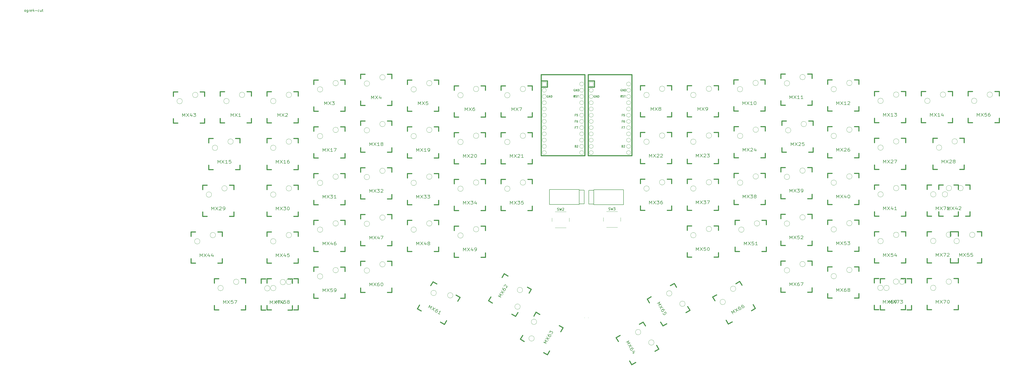
<source format=gbr>
G04 #@! TF.GenerationSoftware,KiCad,Pcbnew,(5.1.0)-1*
G04 #@! TF.CreationDate,2019-07-24T21:38:21-04:00*
G04 #@! TF.ProjectId,ogre,6f677265-2e6b-4696-9361-645f70636258,1.0*
G04 #@! TF.SameCoordinates,Original*
G04 #@! TF.FileFunction,Legend,Top*
G04 #@! TF.FilePolarity,Positive*
%FSLAX46Y46*%
G04 Gerber Fmt 4.6, Leading zero omitted, Abs format (unit mm)*
G04 Created by KiCad (PCBNEW (5.1.0)-1) date 2019-07-24 21:38:21*
%MOMM*%
%LPD*%
G04 APERTURE LIST*
%ADD10C,0.381000*%
%ADD11C,0.150000*%
%ADD12C,0.200000*%
%ADD13C,0.120000*%
%ADD14C,0.100000*%
%ADD15C,0.203200*%
G04 APERTURE END LIST*
D10*
X242703000Y-71020000D02*
X242703000Y-69242000D01*
X242703000Y-81942000D02*
X242703000Y-80164000D01*
X244481000Y-81942000D02*
X242703000Y-81942000D01*
X255403000Y-81942000D02*
X253625000Y-81942000D01*
X255403000Y-80164000D02*
X255403000Y-81942000D01*
X255403000Y-69242000D02*
X255403000Y-71020000D01*
X253625000Y-69242000D02*
X255403000Y-69242000D01*
X242703000Y-69242000D02*
X244481000Y-69242000D01*
X48030000Y-54438000D02*
X48030000Y-52660000D01*
X48030000Y-65360000D02*
X48030000Y-63582000D01*
X49808000Y-65360000D02*
X48030000Y-65360000D01*
X60730000Y-65360000D02*
X58952000Y-65360000D01*
X60730000Y-63582000D02*
X60730000Y-65360000D01*
X60730000Y-52660000D02*
X60730000Y-54438000D01*
X58952000Y-52660000D02*
X60730000Y-52660000D01*
X48030000Y-52660000D02*
X49808000Y-52660000D01*
D11*
X204730000Y-73540000D02*
X204730000Y-79640000D01*
X216830000Y-73540000D02*
X216830000Y-79640000D01*
X204730000Y-73540000D02*
X216830000Y-73540000D01*
X204730000Y-79640000D02*
X216830000Y-79640000D01*
X204730000Y-73790000D02*
X202730000Y-73790000D01*
X204730000Y-79390000D02*
X202730000Y-79390000D01*
X202730000Y-73790000D02*
X202730000Y-79390000D01*
X198830000Y-79590000D02*
X198830000Y-73490000D01*
X186730000Y-79590000D02*
X186730000Y-73490000D01*
X198830000Y-79590000D02*
X186730000Y-79590000D01*
X198830000Y-73490000D02*
X186730000Y-73490000D01*
X198830000Y-79340000D02*
X200830000Y-79340000D01*
X198830000Y-73740000D02*
X200830000Y-73740000D01*
X200830000Y-79340000D02*
X200830000Y-73740000D01*
D10*
X340360000Y-73398000D02*
X340360000Y-71620000D01*
X340360000Y-84320000D02*
X340360000Y-82542000D01*
X342138000Y-84320000D02*
X340360000Y-84320000D01*
X353060000Y-84320000D02*
X351282000Y-84320000D01*
X353060000Y-82542000D02*
X353060000Y-84320000D01*
X353060000Y-71620000D02*
X353060000Y-73398000D01*
X351282000Y-71620000D02*
X353060000Y-71620000D01*
X340360000Y-71620000D02*
X342138000Y-71620000D01*
X167000000Y-52063000D02*
X167000000Y-50285000D01*
X167000000Y-62985000D02*
X167000000Y-61207000D01*
X168778000Y-62985000D02*
X167000000Y-62985000D01*
X179700000Y-62985000D02*
X177922000Y-62985000D01*
X179700000Y-61207000D02*
X179700000Y-62985000D01*
X179700000Y-50285000D02*
X179700000Y-52063000D01*
X177922000Y-50285000D02*
X179700000Y-50285000D01*
X167000000Y-50285000D02*
X168778000Y-50285000D01*
X185850000Y-29210000D02*
X183310000Y-29210000D01*
X183310000Y-26670000D02*
X183310000Y-29210000D01*
X201090000Y-26670000D02*
X183310000Y-26670000D01*
X201090000Y-29210000D02*
X201090000Y-26670000D01*
D11*
G36*
X197131568Y-35689360D02*
G01*
X197131568Y-35889360D01*
X197031568Y-35889360D01*
X197031568Y-35689360D01*
X197131568Y-35689360D01*
G37*
X197131568Y-35689360D02*
X197131568Y-35889360D01*
X197031568Y-35889360D01*
X197031568Y-35689360D01*
X197131568Y-35689360D01*
G36*
X196731568Y-35089360D02*
G01*
X196731568Y-35889360D01*
X196631568Y-35889360D01*
X196631568Y-35089360D01*
X196731568Y-35089360D01*
G37*
X196731568Y-35089360D02*
X196731568Y-35889360D01*
X196631568Y-35889360D01*
X196631568Y-35089360D01*
X196731568Y-35089360D01*
G36*
X197131568Y-35089360D02*
G01*
X197131568Y-35189360D01*
X196631568Y-35189360D01*
X196631568Y-35089360D01*
X197131568Y-35089360D01*
G37*
X197131568Y-35089360D02*
X197131568Y-35189360D01*
X196631568Y-35189360D01*
X196631568Y-35089360D01*
X197131568Y-35089360D01*
G36*
X196931568Y-35489360D02*
G01*
X196931568Y-35589360D01*
X196831568Y-35589360D01*
X196831568Y-35489360D01*
X196931568Y-35489360D01*
G37*
X196931568Y-35489360D02*
X196931568Y-35589360D01*
X196831568Y-35589360D01*
X196831568Y-35489360D01*
X196931568Y-35489360D01*
G36*
X197131568Y-35089360D02*
G01*
X197131568Y-35389360D01*
X197031568Y-35389360D01*
X197031568Y-35089360D01*
X197131568Y-35089360D01*
G37*
X197131568Y-35089360D02*
X197131568Y-35389360D01*
X197031568Y-35389360D01*
X197031568Y-35089360D01*
X197131568Y-35089360D01*
D10*
X185850000Y-31750000D02*
X183310000Y-31750000D01*
X185850000Y-29210000D02*
X185850000Y-31750000D01*
X201090000Y-59690000D02*
X201090000Y-29210000D01*
X183310000Y-59690000D02*
X201090000Y-59690000D01*
X183310000Y-29210000D02*
X183310000Y-59690000D01*
D12*
X201007594Y-38396334D02*
X201007594Y-30282445D01*
X201007594Y-54271334D02*
X201007594Y-38396334D01*
X201007594Y-40865779D02*
X201007594Y-40865779D01*
X201007594Y-30282445D02*
X201007594Y-30282445D01*
X201007594Y-54271334D02*
X201007594Y-54271334D01*
X201007594Y-54271334D02*
X201007594Y-54271334D01*
X202492913Y-125674004D02*
X202492913Y-125674004D01*
X201041446Y-125674004D02*
X201041446Y-125674004D01*
X201007594Y-28013226D02*
X201007594Y-28013226D01*
X202558128Y-28019944D02*
X202558128Y-28019944D01*
X201007594Y-28013226D02*
X201007594Y-28013226D01*
X202558128Y-27960311D02*
X202558128Y-27960311D01*
X201007594Y-27967030D02*
X201007594Y-27967030D01*
X202558128Y-27960311D02*
X202558128Y-27960311D01*
D10*
X45556000Y-73494000D02*
X45556000Y-71716000D01*
X45556000Y-84416000D02*
X45556000Y-82638000D01*
X47334000Y-84416000D02*
X45556000Y-84416000D01*
X58256000Y-84416000D02*
X56478000Y-84416000D01*
X58256000Y-82638000D02*
X58256000Y-84416000D01*
X58256000Y-71716000D02*
X58256000Y-73494000D01*
X56478000Y-71716000D02*
X58256000Y-71716000D01*
X45556000Y-71716000D02*
X47334000Y-71716000D01*
X176385532Y-135333261D02*
X174845739Y-134444261D01*
X185844261Y-140794261D02*
X184304468Y-139905261D01*
X186733261Y-139254468D02*
X185844261Y-140794261D01*
X192194261Y-129795739D02*
X191305261Y-131335532D01*
X190654468Y-128906739D02*
X192194261Y-129795739D01*
X181195739Y-123445739D02*
X182735532Y-124334739D01*
X180306739Y-124985532D02*
X181195739Y-123445739D01*
X174845739Y-134444261D02*
X175734739Y-132904468D01*
X177704468Y-113236739D02*
X179244261Y-114125739D01*
X168245739Y-107775739D02*
X169785532Y-108664739D01*
X167356739Y-109315532D02*
X168245739Y-107775739D01*
X161895739Y-118774261D02*
X162784739Y-117234468D01*
X163435532Y-119663261D02*
X161895739Y-118774261D01*
X172894261Y-125124261D02*
X171354468Y-124235261D01*
X173783261Y-123584468D02*
X172894261Y-125124261D01*
X179244261Y-114125739D02*
X178355261Y-115665532D01*
X90800000Y-30633000D02*
X90800000Y-28855000D01*
X90800000Y-41555000D02*
X90800000Y-39777000D01*
X92578000Y-41555000D02*
X90800000Y-41555000D01*
X103500000Y-41555000D02*
X101722000Y-41555000D01*
X103500000Y-39777000D02*
X103500000Y-41555000D01*
X103500000Y-28855000D02*
X103500000Y-30633000D01*
X101722000Y-28855000D02*
X103500000Y-28855000D01*
X90800000Y-28855000D02*
X92578000Y-28855000D01*
X71750000Y-35394000D02*
X71750000Y-33616000D01*
X71750000Y-46316000D02*
X71750000Y-44538000D01*
X73528000Y-46316000D02*
X71750000Y-46316000D01*
X84450000Y-46316000D02*
X82672000Y-46316000D01*
X84450000Y-44538000D02*
X84450000Y-46316000D01*
X84450000Y-33616000D02*
X84450000Y-35394000D01*
X82672000Y-33616000D02*
X84450000Y-33616000D01*
X71750000Y-33616000D02*
X73528000Y-33616000D01*
X52700000Y-35394000D02*
X52700000Y-33616000D01*
X52700000Y-46316000D02*
X52700000Y-44538000D01*
X54478000Y-46316000D02*
X52700000Y-46316000D01*
X65400000Y-46316000D02*
X63622000Y-46316000D01*
X65400000Y-44538000D02*
X65400000Y-46316000D01*
X65400000Y-33616000D02*
X65400000Y-35394000D01*
X63622000Y-33616000D02*
X65400000Y-33616000D01*
X52700000Y-33616000D02*
X54478000Y-33616000D01*
X33650000Y-35424000D02*
X33650000Y-33646000D01*
X33650000Y-46346000D02*
X33650000Y-44568000D01*
X35428000Y-46346000D02*
X33650000Y-46346000D01*
X46350000Y-46346000D02*
X44572000Y-46346000D01*
X46350000Y-44568000D02*
X46350000Y-46346000D01*
X46350000Y-33646000D02*
X46350000Y-35424000D01*
X44572000Y-33646000D02*
X46350000Y-33646000D01*
X33650000Y-33646000D02*
X35428000Y-33646000D01*
X204940000Y-29210000D02*
X202400000Y-29210000D01*
X202400000Y-26670000D02*
X202400000Y-29210000D01*
X220180000Y-26670000D02*
X202400000Y-26670000D01*
X220180000Y-29210000D02*
X220180000Y-26670000D01*
D11*
G36*
X216221568Y-35689360D02*
G01*
X216221568Y-35889360D01*
X216121568Y-35889360D01*
X216121568Y-35689360D01*
X216221568Y-35689360D01*
G37*
X216221568Y-35689360D02*
X216221568Y-35889360D01*
X216121568Y-35889360D01*
X216121568Y-35689360D01*
X216221568Y-35689360D01*
G36*
X215821568Y-35089360D02*
G01*
X215821568Y-35889360D01*
X215721568Y-35889360D01*
X215721568Y-35089360D01*
X215821568Y-35089360D01*
G37*
X215821568Y-35089360D02*
X215821568Y-35889360D01*
X215721568Y-35889360D01*
X215721568Y-35089360D01*
X215821568Y-35089360D01*
G36*
X216221568Y-35089360D02*
G01*
X216221568Y-35189360D01*
X215721568Y-35189360D01*
X215721568Y-35089360D01*
X216221568Y-35089360D01*
G37*
X216221568Y-35089360D02*
X216221568Y-35189360D01*
X215721568Y-35189360D01*
X215721568Y-35089360D01*
X216221568Y-35089360D01*
G36*
X216021568Y-35489360D02*
G01*
X216021568Y-35589360D01*
X215921568Y-35589360D01*
X215921568Y-35489360D01*
X216021568Y-35489360D01*
G37*
X216021568Y-35489360D02*
X216021568Y-35589360D01*
X215921568Y-35589360D01*
X215921568Y-35489360D01*
X216021568Y-35489360D01*
G36*
X216221568Y-35089360D02*
G01*
X216221568Y-35389360D01*
X216121568Y-35389360D01*
X216121568Y-35089360D01*
X216221568Y-35089360D01*
G37*
X216221568Y-35089360D02*
X216221568Y-35389360D01*
X216121568Y-35389360D01*
X216121568Y-35089360D01*
X216221568Y-35089360D01*
D10*
X204940000Y-31750000D02*
X202400000Y-31750000D01*
X204940000Y-29210000D02*
X204940000Y-31750000D01*
X220180000Y-59690000D02*
X220180000Y-29210000D01*
X202400000Y-59690000D02*
X220180000Y-59690000D01*
X202400000Y-29210000D02*
X202400000Y-59690000D01*
D13*
X215630000Y-86400000D02*
X215630000Y-84900000D01*
X214380000Y-82400000D02*
X209880000Y-82400000D01*
X208630000Y-84900000D02*
X208630000Y-86400000D01*
X209880000Y-88900000D02*
X214380000Y-88900000D01*
X194740000Y-86540000D02*
X194740000Y-85040000D01*
X193490000Y-82540000D02*
X188990000Y-82540000D01*
X187740000Y-85040000D02*
X187740000Y-86540000D01*
X188990000Y-89040000D02*
X193490000Y-89040000D01*
D10*
X69320000Y-111688000D02*
X69320000Y-109910000D01*
X69320000Y-122610000D02*
X69320000Y-120832000D01*
X71098000Y-122610000D02*
X69320000Y-122610000D01*
X82020000Y-122610000D02*
X80242000Y-122610000D01*
X82020000Y-120832000D02*
X82020000Y-122610000D01*
X82020000Y-109910000D02*
X82020000Y-111688000D01*
X80242000Y-109910000D02*
X82020000Y-109910000D01*
X69320000Y-109910000D02*
X71098000Y-109910000D01*
X321310000Y-111548000D02*
X321310000Y-109770000D01*
X321310000Y-122470000D02*
X321310000Y-120692000D01*
X323088000Y-122470000D02*
X321310000Y-122470000D01*
X334010000Y-122470000D02*
X332232000Y-122470000D01*
X334010000Y-120692000D02*
X334010000Y-122470000D01*
X334010000Y-109770000D02*
X334010000Y-111548000D01*
X332232000Y-109770000D02*
X334010000Y-109770000D01*
X321310000Y-109770000D02*
X323088000Y-109770000D01*
X340340000Y-92388000D02*
X340340000Y-90610000D01*
X340340000Y-103310000D02*
X340340000Y-101532000D01*
X342118000Y-103310000D02*
X340340000Y-103310000D01*
X353040000Y-103310000D02*
X351262000Y-103310000D01*
X353040000Y-101532000D02*
X353040000Y-103310000D01*
X353040000Y-90610000D02*
X353040000Y-92388000D01*
X351262000Y-90610000D02*
X353040000Y-90610000D01*
X340340000Y-90610000D02*
X342118000Y-90610000D01*
X357003000Y-35306000D02*
X357003000Y-33528000D01*
X357003000Y-46228000D02*
X357003000Y-44450000D01*
X358781000Y-46228000D02*
X357003000Y-46228000D01*
X369703000Y-46228000D02*
X367925000Y-46228000D01*
X369703000Y-44450000D02*
X369703000Y-46228000D01*
X369703000Y-33528000D02*
X369703000Y-35306000D01*
X367925000Y-33528000D02*
X369703000Y-33528000D01*
X357003000Y-33528000D02*
X358781000Y-33528000D01*
X349864000Y-92440000D02*
X349864000Y-90662000D01*
X349864000Y-103362000D02*
X349864000Y-101584000D01*
X351642000Y-103362000D02*
X349864000Y-103362000D01*
X362564000Y-103362000D02*
X360786000Y-103362000D01*
X362564000Y-101584000D02*
X362564000Y-103362000D01*
X362564000Y-90662000D02*
X362564000Y-92440000D01*
X360786000Y-90662000D02*
X362564000Y-90662000D01*
X349864000Y-90662000D02*
X351642000Y-90662000D01*
X318903000Y-92462000D02*
X318903000Y-90684000D01*
X318903000Y-103384000D02*
X318903000Y-101606000D01*
X320681000Y-103384000D02*
X318903000Y-103384000D01*
X331603000Y-103384000D02*
X329825000Y-103384000D01*
X331603000Y-101606000D02*
X331603000Y-103384000D01*
X331603000Y-90684000D02*
X331603000Y-92462000D01*
X329825000Y-90684000D02*
X331603000Y-90684000D01*
X318903000Y-90684000D02*
X320681000Y-90684000D01*
X71750000Y-92544000D02*
X71750000Y-90766000D01*
X71750000Y-103466000D02*
X71750000Y-101688000D01*
X73528000Y-103466000D02*
X71750000Y-103466000D01*
X84450000Y-103466000D02*
X82672000Y-103466000D01*
X84450000Y-101688000D02*
X84450000Y-103466000D01*
X84450000Y-90766000D02*
X84450000Y-92544000D01*
X82672000Y-90766000D02*
X84450000Y-90766000D01*
X71750000Y-90766000D02*
X73528000Y-90766000D01*
X40820000Y-92544000D02*
X40820000Y-90766000D01*
X40820000Y-103466000D02*
X40820000Y-101688000D01*
X42598000Y-103466000D02*
X40820000Y-103466000D01*
X53520000Y-103466000D02*
X51742000Y-103466000D01*
X53520000Y-101688000D02*
X53520000Y-103466000D01*
X53520000Y-90766000D02*
X53520000Y-92544000D01*
X51742000Y-90766000D02*
X53520000Y-90766000D01*
X40820000Y-90766000D02*
X42598000Y-90766000D01*
X109850000Y-28251000D02*
X109850000Y-26473000D01*
X109850000Y-39173000D02*
X109850000Y-37395000D01*
X111628000Y-39173000D02*
X109850000Y-39173000D01*
X122550000Y-39173000D02*
X120772000Y-39173000D01*
X122550000Y-37395000D02*
X122550000Y-39173000D01*
X122550000Y-26473000D02*
X122550000Y-28251000D01*
X120772000Y-26473000D02*
X122550000Y-26473000D01*
X109850000Y-26473000D02*
X111628000Y-26473000D01*
X128900000Y-30632000D02*
X128900000Y-28854000D01*
X128900000Y-41554000D02*
X128900000Y-39776000D01*
X130678000Y-41554000D02*
X128900000Y-41554000D01*
X141600000Y-41554000D02*
X139822000Y-41554000D01*
X141600000Y-39776000D02*
X141600000Y-41554000D01*
X141600000Y-28854000D02*
X141600000Y-30632000D01*
X139822000Y-28854000D02*
X141600000Y-28854000D01*
X128900000Y-28854000D02*
X130678000Y-28854000D01*
X147950000Y-33013000D02*
X147950000Y-31235000D01*
X147950000Y-43935000D02*
X147950000Y-42157000D01*
X149728000Y-43935000D02*
X147950000Y-43935000D01*
X160650000Y-43935000D02*
X158872000Y-43935000D01*
X160650000Y-42157000D02*
X160650000Y-43935000D01*
X160650000Y-31235000D02*
X160650000Y-33013000D01*
X158872000Y-31235000D02*
X160650000Y-31235000D01*
X147950000Y-31235000D02*
X149728000Y-31235000D01*
X167000000Y-33013000D02*
X167000000Y-31235000D01*
X167000000Y-43935000D02*
X167000000Y-42157000D01*
X168778000Y-43935000D02*
X167000000Y-43935000D01*
X179700000Y-43935000D02*
X177922000Y-43935000D01*
X179700000Y-42157000D02*
X179700000Y-43935000D01*
X179700000Y-31235000D02*
X179700000Y-33013000D01*
X177922000Y-31235000D02*
X179700000Y-31235000D01*
X167000000Y-31235000D02*
X168778000Y-31235000D01*
X223653000Y-32925000D02*
X223653000Y-31147000D01*
X223653000Y-43847000D02*
X223653000Y-42069000D01*
X225431000Y-43847000D02*
X223653000Y-43847000D01*
X236353000Y-43847000D02*
X234575000Y-43847000D01*
X236353000Y-42069000D02*
X236353000Y-43847000D01*
X236353000Y-31147000D02*
X236353000Y-32925000D01*
X234575000Y-31147000D02*
X236353000Y-31147000D01*
X223653000Y-31147000D02*
X225431000Y-31147000D01*
X242703000Y-32925000D02*
X242703000Y-31147000D01*
X242703000Y-43847000D02*
X242703000Y-42069000D01*
X244481000Y-43847000D02*
X242703000Y-43847000D01*
X255403000Y-43847000D02*
X253625000Y-43847000D01*
X255403000Y-42069000D02*
X255403000Y-43847000D01*
X255403000Y-31147000D02*
X255403000Y-32925000D01*
X253625000Y-31147000D02*
X255403000Y-31147000D01*
X242703000Y-31147000D02*
X244481000Y-31147000D01*
X261700000Y-30556000D02*
X261700000Y-28778000D01*
X261700000Y-41478000D02*
X261700000Y-39700000D01*
X263478000Y-41478000D02*
X261700000Y-41478000D01*
X274400000Y-41478000D02*
X272622000Y-41478000D01*
X274400000Y-39700000D02*
X274400000Y-41478000D01*
X274400000Y-28778000D02*
X274400000Y-30556000D01*
X272622000Y-28778000D02*
X274400000Y-28778000D01*
X261700000Y-28778000D02*
X263478000Y-28778000D01*
X280803000Y-28152000D02*
X280803000Y-26374000D01*
X280803000Y-39074000D02*
X280803000Y-37296000D01*
X282581000Y-39074000D02*
X280803000Y-39074000D01*
X293503000Y-39074000D02*
X291725000Y-39074000D01*
X293503000Y-37296000D02*
X293503000Y-39074000D01*
X293503000Y-26374000D02*
X293503000Y-28152000D01*
X291725000Y-26374000D02*
X293503000Y-26374000D01*
X280803000Y-26374000D02*
X282581000Y-26374000D01*
X299853000Y-30556000D02*
X299853000Y-28778000D01*
X299853000Y-41478000D02*
X299853000Y-39700000D01*
X301631000Y-41478000D02*
X299853000Y-41478000D01*
X312553000Y-41478000D02*
X310775000Y-41478000D01*
X312553000Y-39700000D02*
X312553000Y-41478000D01*
X312553000Y-28778000D02*
X312553000Y-30556000D01*
X310775000Y-28778000D02*
X312553000Y-28778000D01*
X299853000Y-28778000D02*
X301631000Y-28778000D01*
X318903000Y-35306000D02*
X318903000Y-33528000D01*
X318903000Y-46228000D02*
X318903000Y-44450000D01*
X320681000Y-46228000D02*
X318903000Y-46228000D01*
X331603000Y-46228000D02*
X329825000Y-46228000D01*
X331603000Y-44450000D02*
X331603000Y-46228000D01*
X331603000Y-33528000D02*
X331603000Y-35306000D01*
X329825000Y-33528000D02*
X331603000Y-33528000D01*
X318903000Y-33528000D02*
X320681000Y-33528000D01*
X337953000Y-35306000D02*
X337953000Y-33528000D01*
X337953000Y-46228000D02*
X337953000Y-44450000D01*
X339731000Y-46228000D02*
X337953000Y-46228000D01*
X350653000Y-46228000D02*
X348875000Y-46228000D01*
X350653000Y-44450000D02*
X350653000Y-46228000D01*
X350653000Y-33528000D02*
X350653000Y-35306000D01*
X348875000Y-33528000D02*
X350653000Y-33528000D01*
X337953000Y-33528000D02*
X339731000Y-33528000D01*
X71750000Y-54444000D02*
X71750000Y-52666000D01*
X71750000Y-65366000D02*
X71750000Y-63588000D01*
X73528000Y-65366000D02*
X71750000Y-65366000D01*
X84450000Y-65366000D02*
X82672000Y-65366000D01*
X84450000Y-63588000D02*
X84450000Y-65366000D01*
X84450000Y-52666000D02*
X84450000Y-54444000D01*
X82672000Y-52666000D02*
X84450000Y-52666000D01*
X71750000Y-52666000D02*
X73528000Y-52666000D01*
X90800000Y-49682000D02*
X90800000Y-47904000D01*
X90800000Y-60604000D02*
X90800000Y-58826000D01*
X92578000Y-60604000D02*
X90800000Y-60604000D01*
X103500000Y-60604000D02*
X101722000Y-60604000D01*
X103500000Y-58826000D02*
X103500000Y-60604000D01*
X103500000Y-47904000D02*
X103500000Y-49682000D01*
X101722000Y-47904000D02*
X103500000Y-47904000D01*
X90800000Y-47904000D02*
X92578000Y-47904000D01*
X109850000Y-47301000D02*
X109850000Y-45523000D01*
X109850000Y-58223000D02*
X109850000Y-56445000D01*
X111628000Y-58223000D02*
X109850000Y-58223000D01*
X122550000Y-58223000D02*
X120772000Y-58223000D01*
X122550000Y-56445000D02*
X122550000Y-58223000D01*
X122550000Y-45523000D02*
X122550000Y-47301000D01*
X120772000Y-45523000D02*
X122550000Y-45523000D01*
X109850000Y-45523000D02*
X111628000Y-45523000D01*
X128900000Y-49682000D02*
X128900000Y-47904000D01*
X128900000Y-60604000D02*
X128900000Y-58826000D01*
X130678000Y-60604000D02*
X128900000Y-60604000D01*
X141600000Y-60604000D02*
X139822000Y-60604000D01*
X141600000Y-58826000D02*
X141600000Y-60604000D01*
X141600000Y-47904000D02*
X141600000Y-49682000D01*
X139822000Y-47904000D02*
X141600000Y-47904000D01*
X128900000Y-47904000D02*
X130678000Y-47904000D01*
X147950000Y-52063000D02*
X147950000Y-50285000D01*
X147950000Y-62985000D02*
X147950000Y-61207000D01*
X149728000Y-62985000D02*
X147950000Y-62985000D01*
X160650000Y-62985000D02*
X158872000Y-62985000D01*
X160650000Y-61207000D02*
X160650000Y-62985000D01*
X160650000Y-50285000D02*
X160650000Y-52063000D01*
X158872000Y-50285000D02*
X160650000Y-50285000D01*
X147950000Y-50285000D02*
X149728000Y-50285000D01*
X223653000Y-51983000D02*
X223653000Y-50205000D01*
X223653000Y-62905000D02*
X223653000Y-61127000D01*
X225431000Y-62905000D02*
X223653000Y-62905000D01*
X236353000Y-62905000D02*
X234575000Y-62905000D01*
X236353000Y-61127000D02*
X236353000Y-62905000D01*
X236353000Y-50205000D02*
X236353000Y-51983000D01*
X234575000Y-50205000D02*
X236353000Y-50205000D01*
X223653000Y-50205000D02*
X225431000Y-50205000D01*
X242703000Y-51972000D02*
X242703000Y-50194000D01*
X242703000Y-62894000D02*
X242703000Y-61116000D01*
X244481000Y-62894000D02*
X242703000Y-62894000D01*
X255403000Y-62894000D02*
X253625000Y-62894000D01*
X255403000Y-61116000D02*
X255403000Y-62894000D01*
X255403000Y-50194000D02*
X255403000Y-51972000D01*
X253625000Y-50194000D02*
X255403000Y-50194000D01*
X242703000Y-50194000D02*
X244481000Y-50194000D01*
X261753000Y-49591000D02*
X261753000Y-47813000D01*
X261753000Y-60513000D02*
X261753000Y-58735000D01*
X263531000Y-60513000D02*
X261753000Y-60513000D01*
X274453000Y-60513000D02*
X272675000Y-60513000D01*
X274453000Y-58735000D02*
X274453000Y-60513000D01*
X274453000Y-47813000D02*
X274453000Y-49591000D01*
X272675000Y-47813000D02*
X274453000Y-47813000D01*
X261753000Y-47813000D02*
X263531000Y-47813000D01*
X281300000Y-47301000D02*
X281300000Y-45523000D01*
X281300000Y-58223000D02*
X281300000Y-56445000D01*
X283078000Y-58223000D02*
X281300000Y-58223000D01*
X294000000Y-58223000D02*
X292222000Y-58223000D01*
X294000000Y-56445000D02*
X294000000Y-58223000D01*
X294000000Y-45523000D02*
X294000000Y-47301000D01*
X292222000Y-45523000D02*
X294000000Y-45523000D01*
X281300000Y-45523000D02*
X283078000Y-45523000D01*
X299853000Y-49602000D02*
X299853000Y-47824000D01*
X299853000Y-60524000D02*
X299853000Y-58746000D01*
X301631000Y-60524000D02*
X299853000Y-60524000D01*
X312553000Y-60524000D02*
X310775000Y-60524000D01*
X312553000Y-58746000D02*
X312553000Y-60524000D01*
X312553000Y-47824000D02*
X312553000Y-49602000D01*
X310775000Y-47824000D02*
X312553000Y-47824000D01*
X299853000Y-47824000D02*
X301631000Y-47824000D01*
X318903000Y-54368000D02*
X318903000Y-52590000D01*
X318903000Y-65290000D02*
X318903000Y-63512000D01*
X320681000Y-65290000D02*
X318903000Y-65290000D01*
X331603000Y-65290000D02*
X329825000Y-65290000D01*
X331603000Y-63512000D02*
X331603000Y-65290000D01*
X331603000Y-52590000D02*
X331603000Y-54368000D01*
X329825000Y-52590000D02*
X331603000Y-52590000D01*
X318903000Y-52590000D02*
X320681000Y-52590000D01*
X342716000Y-54353000D02*
X342716000Y-52575000D01*
X342716000Y-65275000D02*
X342716000Y-63497000D01*
X344494000Y-65275000D02*
X342716000Y-65275000D01*
X355416000Y-65275000D02*
X353638000Y-65275000D01*
X355416000Y-63497000D02*
X355416000Y-65275000D01*
X355416000Y-52575000D02*
X355416000Y-54353000D01*
X353638000Y-52575000D02*
X355416000Y-52575000D01*
X342716000Y-52575000D02*
X344494000Y-52575000D01*
X71750000Y-73494000D02*
X71750000Y-71716000D01*
X71750000Y-84416000D02*
X71750000Y-82638000D01*
X73528000Y-84416000D02*
X71750000Y-84416000D01*
X84450000Y-84416000D02*
X82672000Y-84416000D01*
X84450000Y-82638000D02*
X84450000Y-84416000D01*
X84450000Y-71716000D02*
X84450000Y-73494000D01*
X82672000Y-71716000D02*
X84450000Y-71716000D01*
X71750000Y-71716000D02*
X73528000Y-71716000D01*
X90800000Y-68732000D02*
X90800000Y-66954000D01*
X90800000Y-79654000D02*
X90800000Y-77876000D01*
X92578000Y-79654000D02*
X90800000Y-79654000D01*
X103500000Y-79654000D02*
X101722000Y-79654000D01*
X103500000Y-77876000D02*
X103500000Y-79654000D01*
X103500000Y-66954000D02*
X103500000Y-68732000D01*
X101722000Y-66954000D02*
X103500000Y-66954000D01*
X90800000Y-66954000D02*
X92578000Y-66954000D01*
X109850000Y-66351000D02*
X109850000Y-64573000D01*
X109850000Y-77273000D02*
X109850000Y-75495000D01*
X111628000Y-77273000D02*
X109850000Y-77273000D01*
X122550000Y-77273000D02*
X120772000Y-77273000D01*
X122550000Y-75495000D02*
X122550000Y-77273000D01*
X122550000Y-64573000D02*
X122550000Y-66351000D01*
X120772000Y-64573000D02*
X122550000Y-64573000D01*
X109850000Y-64573000D02*
X111628000Y-64573000D01*
X128900000Y-68732000D02*
X128900000Y-66954000D01*
X128900000Y-79654000D02*
X128900000Y-77876000D01*
X130678000Y-79654000D02*
X128900000Y-79654000D01*
X141600000Y-79654000D02*
X139822000Y-79654000D01*
X141600000Y-77876000D02*
X141600000Y-79654000D01*
X141600000Y-66954000D02*
X141600000Y-68732000D01*
X139822000Y-66954000D02*
X141600000Y-66954000D01*
X128900000Y-66954000D02*
X130678000Y-66954000D01*
X147950000Y-71113000D02*
X147950000Y-69335000D01*
X147950000Y-82035000D02*
X147950000Y-80257000D01*
X149728000Y-82035000D02*
X147950000Y-82035000D01*
X160650000Y-82035000D02*
X158872000Y-82035000D01*
X160650000Y-80257000D02*
X160650000Y-82035000D01*
X160650000Y-69335000D02*
X160650000Y-71113000D01*
X158872000Y-69335000D02*
X160650000Y-69335000D01*
X147950000Y-69335000D02*
X149728000Y-69335000D01*
X167000000Y-71113000D02*
X167000000Y-69335000D01*
X167000000Y-82035000D02*
X167000000Y-80257000D01*
X168778000Y-82035000D02*
X167000000Y-82035000D01*
X179700000Y-82035000D02*
X177922000Y-82035000D01*
X179700000Y-80257000D02*
X179700000Y-82035000D01*
X179700000Y-69335000D02*
X179700000Y-71113000D01*
X177922000Y-69335000D02*
X179700000Y-69335000D01*
X167000000Y-69335000D02*
X168778000Y-69335000D01*
X223653000Y-71028000D02*
X223653000Y-69250000D01*
X223653000Y-81950000D02*
X223653000Y-80172000D01*
X225431000Y-81950000D02*
X223653000Y-81950000D01*
X236353000Y-81950000D02*
X234575000Y-81950000D01*
X236353000Y-80172000D02*
X236353000Y-81950000D01*
X236353000Y-69250000D02*
X236353000Y-71028000D01*
X234575000Y-69250000D02*
X236353000Y-69250000D01*
X223653000Y-69250000D02*
X225431000Y-69250000D01*
X261753000Y-68639000D02*
X261753000Y-66861000D01*
X261753000Y-79561000D02*
X261753000Y-77783000D01*
X263531000Y-79561000D02*
X261753000Y-79561000D01*
X274453000Y-79561000D02*
X272675000Y-79561000D01*
X274453000Y-77783000D02*
X274453000Y-79561000D01*
X274453000Y-66861000D02*
X274453000Y-68639000D01*
X272675000Y-66861000D02*
X274453000Y-66861000D01*
X261753000Y-66861000D02*
X263531000Y-66861000D01*
X280803000Y-66277000D02*
X280803000Y-64499000D01*
X280803000Y-77199000D02*
X280803000Y-75421000D01*
X282581000Y-77199000D02*
X280803000Y-77199000D01*
X293503000Y-77199000D02*
X291725000Y-77199000D01*
X293503000Y-75421000D02*
X293503000Y-77199000D01*
X293503000Y-64499000D02*
X293503000Y-66277000D01*
X291725000Y-64499000D02*
X293503000Y-64499000D01*
X280803000Y-64499000D02*
X282581000Y-64499000D01*
X299853000Y-68645000D02*
X299853000Y-66867000D01*
X299853000Y-79567000D02*
X299853000Y-77789000D01*
X301631000Y-79567000D02*
X299853000Y-79567000D01*
X312553000Y-79567000D02*
X310775000Y-79567000D01*
X312553000Y-77789000D02*
X312553000Y-79567000D01*
X312553000Y-66867000D02*
X312553000Y-68645000D01*
X310775000Y-66867000D02*
X312553000Y-66867000D01*
X299853000Y-66867000D02*
X301631000Y-66867000D01*
X318903000Y-73406000D02*
X318903000Y-71628000D01*
X318903000Y-84328000D02*
X318903000Y-82550000D01*
X320681000Y-84328000D02*
X318903000Y-84328000D01*
X331603000Y-84328000D02*
X329825000Y-84328000D01*
X331603000Y-82550000D02*
X331603000Y-84328000D01*
X331603000Y-71628000D02*
X331603000Y-73406000D01*
X329825000Y-71628000D02*
X331603000Y-71628000D01*
X318903000Y-71628000D02*
X320681000Y-71628000D01*
X345097000Y-73398000D02*
X345097000Y-71620000D01*
X345097000Y-84320000D02*
X345097000Y-82542000D01*
X346875000Y-84320000D02*
X345097000Y-84320000D01*
X357797000Y-84320000D02*
X356019000Y-84320000D01*
X357797000Y-82542000D02*
X357797000Y-84320000D01*
X357797000Y-71620000D02*
X357797000Y-73398000D01*
X356019000Y-71620000D02*
X357797000Y-71620000D01*
X345097000Y-71620000D02*
X346875000Y-71620000D01*
X90800000Y-87782000D02*
X90800000Y-86004000D01*
X90800000Y-98704000D02*
X90800000Y-96926000D01*
X92578000Y-98704000D02*
X90800000Y-98704000D01*
X103500000Y-98704000D02*
X101722000Y-98704000D01*
X103500000Y-96926000D02*
X103500000Y-98704000D01*
X103500000Y-86004000D02*
X103500000Y-87782000D01*
X101722000Y-86004000D02*
X103500000Y-86004000D01*
X90800000Y-86004000D02*
X92578000Y-86004000D01*
X109850000Y-85401000D02*
X109850000Y-83623000D01*
X109850000Y-96323000D02*
X109850000Y-94545000D01*
X111628000Y-96323000D02*
X109850000Y-96323000D01*
X122550000Y-96323000D02*
X120772000Y-96323000D01*
X122550000Y-94545000D02*
X122550000Y-96323000D01*
X122550000Y-83623000D02*
X122550000Y-85401000D01*
X120772000Y-83623000D02*
X122550000Y-83623000D01*
X109850000Y-83623000D02*
X111628000Y-83623000D01*
X128900000Y-87782000D02*
X128900000Y-86004000D01*
X128900000Y-98704000D02*
X128900000Y-96926000D01*
X130678000Y-98704000D02*
X128900000Y-98704000D01*
X141600000Y-98704000D02*
X139822000Y-98704000D01*
X141600000Y-96926000D02*
X141600000Y-98704000D01*
X141600000Y-86004000D02*
X141600000Y-87782000D01*
X139822000Y-86004000D02*
X141600000Y-86004000D01*
X128900000Y-86004000D02*
X130678000Y-86004000D01*
X147950000Y-90163000D02*
X147950000Y-88385000D01*
X147950000Y-101085000D02*
X147950000Y-99307000D01*
X149728000Y-101085000D02*
X147950000Y-101085000D01*
X160650000Y-101085000D02*
X158872000Y-101085000D01*
X160650000Y-99307000D02*
X160650000Y-101085000D01*
X160650000Y-88385000D02*
X160650000Y-90163000D01*
X158872000Y-88385000D02*
X160650000Y-88385000D01*
X147950000Y-88385000D02*
X149728000Y-88385000D01*
X242703000Y-90044000D02*
X242703000Y-88266000D01*
X242703000Y-100966000D02*
X242703000Y-99188000D01*
X244481000Y-100966000D02*
X242703000Y-100966000D01*
X255403000Y-100966000D02*
X253625000Y-100966000D01*
X255403000Y-99188000D02*
X255403000Y-100966000D01*
X255403000Y-88266000D02*
X255403000Y-90044000D01*
X253625000Y-88266000D02*
X255403000Y-88266000D01*
X242703000Y-88266000D02*
X244481000Y-88266000D01*
X262250000Y-87782000D02*
X262250000Y-86004000D01*
X262250000Y-98704000D02*
X262250000Y-96926000D01*
X264028000Y-98704000D02*
X262250000Y-98704000D01*
X274950000Y-98704000D02*
X273172000Y-98704000D01*
X274950000Y-96926000D02*
X274950000Y-98704000D01*
X274950000Y-86004000D02*
X274950000Y-87782000D01*
X273172000Y-86004000D02*
X274950000Y-86004000D01*
X262250000Y-86004000D02*
X264028000Y-86004000D01*
X280803000Y-85306000D02*
X280803000Y-83528000D01*
X280803000Y-96228000D02*
X280803000Y-94450000D01*
X282581000Y-96228000D02*
X280803000Y-96228000D01*
X293503000Y-96228000D02*
X291725000Y-96228000D01*
X293503000Y-94450000D02*
X293503000Y-96228000D01*
X293503000Y-83528000D02*
X293503000Y-85306000D01*
X291725000Y-83528000D02*
X293503000Y-83528000D01*
X280803000Y-83528000D02*
X282581000Y-83528000D01*
X299853000Y-87688000D02*
X299853000Y-85910000D01*
X299853000Y-98610000D02*
X299853000Y-96832000D01*
X301631000Y-98610000D02*
X299853000Y-98610000D01*
X312553000Y-98610000D02*
X310775000Y-98610000D01*
X312553000Y-96832000D02*
X312553000Y-98610000D01*
X312553000Y-85910000D02*
X312553000Y-87688000D01*
X310775000Y-85910000D02*
X312553000Y-85910000D01*
X299853000Y-85910000D02*
X301631000Y-85910000D01*
X50318000Y-111594000D02*
X50318000Y-109816000D01*
X50318000Y-122516000D02*
X50318000Y-120738000D01*
X52096000Y-122516000D02*
X50318000Y-122516000D01*
X63018000Y-122516000D02*
X61240000Y-122516000D01*
X63018000Y-120738000D02*
X63018000Y-122516000D01*
X63018000Y-109816000D02*
X63018000Y-111594000D01*
X61240000Y-109816000D02*
X63018000Y-109816000D01*
X50318000Y-109816000D02*
X52096000Y-109816000D01*
X71750000Y-111594000D02*
X71750000Y-109816000D01*
X71750000Y-122516000D02*
X71750000Y-120738000D01*
X73528000Y-122516000D02*
X71750000Y-122516000D01*
X84450000Y-122516000D02*
X82672000Y-122516000D01*
X84450000Y-120738000D02*
X84450000Y-122516000D01*
X84450000Y-109816000D02*
X84450000Y-111594000D01*
X82672000Y-109816000D02*
X84450000Y-109816000D01*
X71750000Y-109816000D02*
X73528000Y-109816000D01*
X90800000Y-106832000D02*
X90800000Y-105054000D01*
X90800000Y-117754000D02*
X90800000Y-115976000D01*
X92578000Y-117754000D02*
X90800000Y-117754000D01*
X103500000Y-117754000D02*
X101722000Y-117754000D01*
X103500000Y-115976000D02*
X103500000Y-117754000D01*
X103500000Y-105054000D02*
X103500000Y-106832000D01*
X101722000Y-105054000D02*
X103500000Y-105054000D01*
X90800000Y-105054000D02*
X92578000Y-105054000D01*
X109850000Y-104451000D02*
X109850000Y-102673000D01*
X109850000Y-115373000D02*
X109850000Y-113595000D01*
X111628000Y-115373000D02*
X109850000Y-115373000D01*
X122550000Y-115373000D02*
X120772000Y-115373000D01*
X122550000Y-113595000D02*
X122550000Y-115373000D01*
X122550000Y-102673000D02*
X122550000Y-104451000D01*
X120772000Y-102673000D02*
X122550000Y-102673000D01*
X109850000Y-102673000D02*
X111628000Y-102673000D01*
X138366739Y-112585532D02*
X139255739Y-111045739D01*
X132905739Y-122044261D02*
X133794739Y-120504468D01*
X134445532Y-122933261D02*
X132905739Y-122044261D01*
X143904261Y-128394261D02*
X142364468Y-127505261D01*
X144793261Y-126854468D02*
X143904261Y-128394261D01*
X150254261Y-117395739D02*
X149365261Y-118935532D01*
X148714468Y-116506739D02*
X150254261Y-117395739D01*
X139255739Y-111045739D02*
X140795532Y-111934739D01*
X223274468Y-128364739D02*
X224814261Y-127475739D01*
X213815739Y-133825739D02*
X215355532Y-132936739D01*
X214704739Y-135365532D02*
X213815739Y-133825739D01*
X220165739Y-144824261D02*
X219276739Y-143284468D01*
X221705532Y-143935261D02*
X220165739Y-144824261D01*
X231164261Y-138474261D02*
X229624468Y-139363261D01*
X230275261Y-136934468D02*
X231164261Y-138474261D01*
X224814261Y-127475739D02*
X225703261Y-129015532D01*
X235924468Y-112584739D02*
X237464261Y-111695739D01*
X226465739Y-118045739D02*
X228005532Y-117156739D01*
X227354739Y-119585532D02*
X226465739Y-118045739D01*
X232815739Y-129044261D02*
X231926739Y-127504468D01*
X234355532Y-128155261D02*
X232815739Y-129044261D01*
X243814261Y-122694261D02*
X242274468Y-123583261D01*
X242925261Y-121154468D02*
X243814261Y-122694261D01*
X237464261Y-111695739D02*
X238353261Y-113235532D01*
X253994739Y-118795532D02*
X253105739Y-117255739D01*
X259455739Y-128254261D02*
X258566739Y-126714468D01*
X260995532Y-127365261D02*
X259455739Y-128254261D01*
X270454261Y-121904261D02*
X268914468Y-122793261D01*
X269565261Y-120364468D02*
X270454261Y-121904261D01*
X264104261Y-110905739D02*
X264993261Y-112445532D01*
X262564468Y-111794739D02*
X264104261Y-110905739D01*
X253105739Y-117255739D02*
X254645532Y-116366739D01*
X280803000Y-104359000D02*
X280803000Y-102581000D01*
X280803000Y-115281000D02*
X280803000Y-113503000D01*
X282581000Y-115281000D02*
X280803000Y-115281000D01*
X293503000Y-115281000D02*
X291725000Y-115281000D01*
X293503000Y-113503000D02*
X293503000Y-115281000D01*
X293503000Y-102581000D02*
X293503000Y-104359000D01*
X291725000Y-102581000D02*
X293503000Y-102581000D01*
X280803000Y-102581000D02*
X282581000Y-102581000D01*
X299853000Y-106752000D02*
X299853000Y-104974000D01*
X299853000Y-117674000D02*
X299853000Y-115896000D01*
X301631000Y-117674000D02*
X299853000Y-117674000D01*
X312553000Y-117674000D02*
X310775000Y-117674000D01*
X312553000Y-115896000D02*
X312553000Y-117674000D01*
X312553000Y-104974000D02*
X312553000Y-106752000D01*
X310775000Y-104974000D02*
X312553000Y-104974000D01*
X299853000Y-104974000D02*
X301631000Y-104974000D01*
X318834000Y-111503000D02*
X318834000Y-109725000D01*
X318834000Y-122425000D02*
X318834000Y-120647000D01*
X320612000Y-122425000D02*
X318834000Y-122425000D01*
X331534000Y-122425000D02*
X329756000Y-122425000D01*
X331534000Y-120647000D02*
X331534000Y-122425000D01*
X331534000Y-109725000D02*
X331534000Y-111503000D01*
X329756000Y-109725000D02*
X331534000Y-109725000D01*
X318834000Y-109725000D02*
X320612000Y-109725000D01*
X340335000Y-111518000D02*
X340335000Y-109740000D01*
X340335000Y-122440000D02*
X340335000Y-120662000D01*
X342113000Y-122440000D02*
X340335000Y-122440000D01*
X353035000Y-122440000D02*
X351257000Y-122440000D01*
X353035000Y-120662000D02*
X353035000Y-122440000D01*
X353035000Y-109740000D02*
X353035000Y-111518000D01*
X351257000Y-109740000D02*
X353035000Y-109740000D01*
X340335000Y-109740000D02*
X342113000Y-109740000D01*
D14*
X246336000Y-73052000D02*
G75*
G03X246336000Y-73052000I-1093000J0D01*
G01*
X252686000Y-70512000D02*
G75*
G03X252686000Y-70512000I-1093000J0D01*
G01*
X51663000Y-56470000D02*
G75*
G03X51663000Y-56470000I-1093000J0D01*
G01*
X58013000Y-53930000D02*
G75*
G03X58013000Y-53930000I-1093000J0D01*
G01*
X343993000Y-75430000D02*
G75*
G03X343993000Y-75430000I-1093000J0D01*
G01*
X350343000Y-72890000D02*
G75*
G03X350343000Y-72890000I-1093000J0D01*
G01*
X170633000Y-54095000D02*
G75*
G03X170633000Y-54095000I-1093000J0D01*
G01*
X176983000Y-51555000D02*
G75*
G03X176983000Y-51555000I-1093000J0D01*
G01*
X200646300Y-30480000D02*
G75*
G03X200646300Y-30480000I-826300J0D01*
G01*
X185406300Y-58420000D02*
G75*
G03X185406300Y-58420000I-826300J0D01*
G01*
X200646300Y-33020000D02*
G75*
G03X200646300Y-33020000I-826300J0D01*
G01*
X200646300Y-35560000D02*
G75*
G03X200646300Y-35560000I-826300J0D01*
G01*
X200646300Y-38100000D02*
G75*
G03X200646300Y-38100000I-826300J0D01*
G01*
X200646300Y-40640000D02*
G75*
G03X200646300Y-40640000I-826300J0D01*
G01*
X200646300Y-43180000D02*
G75*
G03X200646300Y-43180000I-826300J0D01*
G01*
X200646300Y-45720000D02*
G75*
G03X200646300Y-45720000I-826300J0D01*
G01*
X200646300Y-48260000D02*
G75*
G03X200646300Y-48260000I-826300J0D01*
G01*
X200646300Y-50800000D02*
G75*
G03X200646300Y-50800000I-826300J0D01*
G01*
X200646300Y-53340000D02*
G75*
G03X200646300Y-53340000I-826300J0D01*
G01*
X200646300Y-55880000D02*
G75*
G03X200646300Y-55880000I-826300J0D01*
G01*
X200646300Y-58420000D02*
G75*
G03X200646300Y-58420000I-826300J0D01*
G01*
X185406300Y-55880000D02*
G75*
G03X185406300Y-55880000I-826300J0D01*
G01*
X185406300Y-53340000D02*
G75*
G03X185406300Y-53340000I-826300J0D01*
G01*
X185406300Y-50800000D02*
G75*
G03X185406300Y-50800000I-826300J0D01*
G01*
X185406300Y-48260000D02*
G75*
G03X185406300Y-48260000I-826300J0D01*
G01*
X185406300Y-45720000D02*
G75*
G03X185406300Y-45720000I-826300J0D01*
G01*
X185406300Y-43180000D02*
G75*
G03X185406300Y-43180000I-826300J0D01*
G01*
X185406300Y-40640000D02*
G75*
G03X185406300Y-40640000I-826300J0D01*
G01*
X185406300Y-38100000D02*
G75*
G03X185406300Y-38100000I-826300J0D01*
G01*
X185406300Y-35560000D02*
G75*
G03X185406300Y-35560000I-826300J0D01*
G01*
X185406300Y-33020000D02*
G75*
G03X185406300Y-33020000I-826300J0D01*
G01*
X183753700Y-29653700D02*
X183753700Y-31306300D01*
X185406300Y-31306300D01*
X185406300Y-29653700D01*
X183753700Y-29653700D01*
X49189000Y-75526000D02*
G75*
G03X49189000Y-75526000I-1093000J0D01*
G01*
X55539000Y-72986000D02*
G75*
G03X55539000Y-72986000I-1093000J0D01*
G01*
X180508295Y-134149557D02*
G75*
G03X180508295Y-134149557I-1093000J0D01*
G01*
X181483591Y-127380295D02*
G75*
G03X181483591Y-127380295I-1093000J0D01*
G01*
X175767705Y-114420443D02*
G75*
G03X175767705Y-114420443I-1093000J0D01*
G01*
X174792409Y-121189705D02*
G75*
G03X174792409Y-121189705I-1093000J0D01*
G01*
X94433000Y-32665000D02*
G75*
G03X94433000Y-32665000I-1093000J0D01*
G01*
X100783000Y-30125000D02*
G75*
G03X100783000Y-30125000I-1093000J0D01*
G01*
X75383000Y-37426000D02*
G75*
G03X75383000Y-37426000I-1093000J0D01*
G01*
X81733000Y-34886000D02*
G75*
G03X81733000Y-34886000I-1093000J0D01*
G01*
X56333000Y-37426000D02*
G75*
G03X56333000Y-37426000I-1093000J0D01*
G01*
X62683000Y-34886000D02*
G75*
G03X62683000Y-34886000I-1093000J0D01*
G01*
X37283000Y-37456000D02*
G75*
G03X37283000Y-37456000I-1093000J0D01*
G01*
X43633000Y-34916000D02*
G75*
G03X43633000Y-34916000I-1093000J0D01*
G01*
X219736300Y-30480000D02*
G75*
G03X219736300Y-30480000I-826300J0D01*
G01*
X204496300Y-58420000D02*
G75*
G03X204496300Y-58420000I-826300J0D01*
G01*
X219736300Y-33020000D02*
G75*
G03X219736300Y-33020000I-826300J0D01*
G01*
X219736300Y-35560000D02*
G75*
G03X219736300Y-35560000I-826300J0D01*
G01*
X219736300Y-38100000D02*
G75*
G03X219736300Y-38100000I-826300J0D01*
G01*
X219736300Y-40640000D02*
G75*
G03X219736300Y-40640000I-826300J0D01*
G01*
X219736300Y-43180000D02*
G75*
G03X219736300Y-43180000I-826300J0D01*
G01*
X219736300Y-45720000D02*
G75*
G03X219736300Y-45720000I-826300J0D01*
G01*
X219736300Y-48260000D02*
G75*
G03X219736300Y-48260000I-826300J0D01*
G01*
X219736300Y-50800000D02*
G75*
G03X219736300Y-50800000I-826300J0D01*
G01*
X219736300Y-53340000D02*
G75*
G03X219736300Y-53340000I-826300J0D01*
G01*
X219736300Y-55880000D02*
G75*
G03X219736300Y-55880000I-826300J0D01*
G01*
X219736300Y-58420000D02*
G75*
G03X219736300Y-58420000I-826300J0D01*
G01*
X204496300Y-55880000D02*
G75*
G03X204496300Y-55880000I-826300J0D01*
G01*
X204496300Y-53340000D02*
G75*
G03X204496300Y-53340000I-826300J0D01*
G01*
X204496300Y-50800000D02*
G75*
G03X204496300Y-50800000I-826300J0D01*
G01*
X204496300Y-48260000D02*
G75*
G03X204496300Y-48260000I-826300J0D01*
G01*
X204496300Y-45720000D02*
G75*
G03X204496300Y-45720000I-826300J0D01*
G01*
X204496300Y-43180000D02*
G75*
G03X204496300Y-43180000I-826300J0D01*
G01*
X204496300Y-40640000D02*
G75*
G03X204496300Y-40640000I-826300J0D01*
G01*
X204496300Y-38100000D02*
G75*
G03X204496300Y-38100000I-826300J0D01*
G01*
X204496300Y-35560000D02*
G75*
G03X204496300Y-35560000I-826300J0D01*
G01*
X204496300Y-33020000D02*
G75*
G03X204496300Y-33020000I-826300J0D01*
G01*
X202843700Y-29653700D02*
X202843700Y-31306300D01*
X204496300Y-31306300D01*
X204496300Y-29653700D01*
X202843700Y-29653700D01*
X72953000Y-113720000D02*
G75*
G03X72953000Y-113720000I-1093000J0D01*
G01*
X79303000Y-111180000D02*
G75*
G03X79303000Y-111180000I-1093000J0D01*
G01*
X324943000Y-113580000D02*
G75*
G03X324943000Y-113580000I-1093000J0D01*
G01*
X331293000Y-111040000D02*
G75*
G03X331293000Y-111040000I-1093000J0D01*
G01*
X343973000Y-94420000D02*
G75*
G03X343973000Y-94420000I-1093000J0D01*
G01*
X350323000Y-91880000D02*
G75*
G03X350323000Y-91880000I-1093000J0D01*
G01*
X360636000Y-37338000D02*
G75*
G03X360636000Y-37338000I-1093000J0D01*
G01*
X366986000Y-34798000D02*
G75*
G03X366986000Y-34798000I-1093000J0D01*
G01*
X353497000Y-94472000D02*
G75*
G03X353497000Y-94472000I-1093000J0D01*
G01*
X359847000Y-91932000D02*
G75*
G03X359847000Y-91932000I-1093000J0D01*
G01*
X322536000Y-94494000D02*
G75*
G03X322536000Y-94494000I-1093000J0D01*
G01*
X328886000Y-91954000D02*
G75*
G03X328886000Y-91954000I-1093000J0D01*
G01*
X75383000Y-94576000D02*
G75*
G03X75383000Y-94576000I-1093000J0D01*
G01*
X81733000Y-92036000D02*
G75*
G03X81733000Y-92036000I-1093000J0D01*
G01*
X44453000Y-94576000D02*
G75*
G03X44453000Y-94576000I-1093000J0D01*
G01*
X50803000Y-92036000D02*
G75*
G03X50803000Y-92036000I-1093000J0D01*
G01*
X113483000Y-30283000D02*
G75*
G03X113483000Y-30283000I-1093000J0D01*
G01*
X119833000Y-27743000D02*
G75*
G03X119833000Y-27743000I-1093000J0D01*
G01*
X132533000Y-32664000D02*
G75*
G03X132533000Y-32664000I-1093000J0D01*
G01*
X138883000Y-30124000D02*
G75*
G03X138883000Y-30124000I-1093000J0D01*
G01*
X151583000Y-35045000D02*
G75*
G03X151583000Y-35045000I-1093000J0D01*
G01*
X157933000Y-32505000D02*
G75*
G03X157933000Y-32505000I-1093000J0D01*
G01*
X170633000Y-35045000D02*
G75*
G03X170633000Y-35045000I-1093000J0D01*
G01*
X176983000Y-32505000D02*
G75*
G03X176983000Y-32505000I-1093000J0D01*
G01*
X227286000Y-34957000D02*
G75*
G03X227286000Y-34957000I-1093000J0D01*
G01*
X233636000Y-32417000D02*
G75*
G03X233636000Y-32417000I-1093000J0D01*
G01*
X246336000Y-34957000D02*
G75*
G03X246336000Y-34957000I-1093000J0D01*
G01*
X252686000Y-32417000D02*
G75*
G03X252686000Y-32417000I-1093000J0D01*
G01*
X265333000Y-32588000D02*
G75*
G03X265333000Y-32588000I-1093000J0D01*
G01*
X271683000Y-30048000D02*
G75*
G03X271683000Y-30048000I-1093000J0D01*
G01*
X284436000Y-30184000D02*
G75*
G03X284436000Y-30184000I-1093000J0D01*
G01*
X290786000Y-27644000D02*
G75*
G03X290786000Y-27644000I-1093000J0D01*
G01*
X303486000Y-32588000D02*
G75*
G03X303486000Y-32588000I-1093000J0D01*
G01*
X309836000Y-30048000D02*
G75*
G03X309836000Y-30048000I-1093000J0D01*
G01*
X322536000Y-37338000D02*
G75*
G03X322536000Y-37338000I-1093000J0D01*
G01*
X328886000Y-34798000D02*
G75*
G03X328886000Y-34798000I-1093000J0D01*
G01*
X341586000Y-37338000D02*
G75*
G03X341586000Y-37338000I-1093000J0D01*
G01*
X347936000Y-34798000D02*
G75*
G03X347936000Y-34798000I-1093000J0D01*
G01*
X75383000Y-56476000D02*
G75*
G03X75383000Y-56476000I-1093000J0D01*
G01*
X81733000Y-53936000D02*
G75*
G03X81733000Y-53936000I-1093000J0D01*
G01*
X94433000Y-51714000D02*
G75*
G03X94433000Y-51714000I-1093000J0D01*
G01*
X100783000Y-49174000D02*
G75*
G03X100783000Y-49174000I-1093000J0D01*
G01*
X113483000Y-49333000D02*
G75*
G03X113483000Y-49333000I-1093000J0D01*
G01*
X119833000Y-46793000D02*
G75*
G03X119833000Y-46793000I-1093000J0D01*
G01*
X132533000Y-51714000D02*
G75*
G03X132533000Y-51714000I-1093000J0D01*
G01*
X138883000Y-49174000D02*
G75*
G03X138883000Y-49174000I-1093000J0D01*
G01*
X151583000Y-54095000D02*
G75*
G03X151583000Y-54095000I-1093000J0D01*
G01*
X157933000Y-51555000D02*
G75*
G03X157933000Y-51555000I-1093000J0D01*
G01*
X227286000Y-54015000D02*
G75*
G03X227286000Y-54015000I-1093000J0D01*
G01*
X233636000Y-51475000D02*
G75*
G03X233636000Y-51475000I-1093000J0D01*
G01*
X246336000Y-54004000D02*
G75*
G03X246336000Y-54004000I-1093000J0D01*
G01*
X252686000Y-51464000D02*
G75*
G03X252686000Y-51464000I-1093000J0D01*
G01*
X265386000Y-51623000D02*
G75*
G03X265386000Y-51623000I-1093000J0D01*
G01*
X271736000Y-49083000D02*
G75*
G03X271736000Y-49083000I-1093000J0D01*
G01*
X284933000Y-49333000D02*
G75*
G03X284933000Y-49333000I-1093000J0D01*
G01*
X291283000Y-46793000D02*
G75*
G03X291283000Y-46793000I-1093000J0D01*
G01*
X303486000Y-51634000D02*
G75*
G03X303486000Y-51634000I-1093000J0D01*
G01*
X309836000Y-49094000D02*
G75*
G03X309836000Y-49094000I-1093000J0D01*
G01*
X322536000Y-56400000D02*
G75*
G03X322536000Y-56400000I-1093000J0D01*
G01*
X328886000Y-53860000D02*
G75*
G03X328886000Y-53860000I-1093000J0D01*
G01*
X346349000Y-56385000D02*
G75*
G03X346349000Y-56385000I-1093000J0D01*
G01*
X352699000Y-53845000D02*
G75*
G03X352699000Y-53845000I-1093000J0D01*
G01*
X75383000Y-75526000D02*
G75*
G03X75383000Y-75526000I-1093000J0D01*
G01*
X81733000Y-72986000D02*
G75*
G03X81733000Y-72986000I-1093000J0D01*
G01*
X94433000Y-70764000D02*
G75*
G03X94433000Y-70764000I-1093000J0D01*
G01*
X100783000Y-68224000D02*
G75*
G03X100783000Y-68224000I-1093000J0D01*
G01*
X113483000Y-68383000D02*
G75*
G03X113483000Y-68383000I-1093000J0D01*
G01*
X119833000Y-65843000D02*
G75*
G03X119833000Y-65843000I-1093000J0D01*
G01*
X132533000Y-70764000D02*
G75*
G03X132533000Y-70764000I-1093000J0D01*
G01*
X138883000Y-68224000D02*
G75*
G03X138883000Y-68224000I-1093000J0D01*
G01*
X151583000Y-73145000D02*
G75*
G03X151583000Y-73145000I-1093000J0D01*
G01*
X157933000Y-70605000D02*
G75*
G03X157933000Y-70605000I-1093000J0D01*
G01*
X170633000Y-73145000D02*
G75*
G03X170633000Y-73145000I-1093000J0D01*
G01*
X176983000Y-70605000D02*
G75*
G03X176983000Y-70605000I-1093000J0D01*
G01*
X227286000Y-73060000D02*
G75*
G03X227286000Y-73060000I-1093000J0D01*
G01*
X233636000Y-70520000D02*
G75*
G03X233636000Y-70520000I-1093000J0D01*
G01*
X265386000Y-70671000D02*
G75*
G03X265386000Y-70671000I-1093000J0D01*
G01*
X271736000Y-68131000D02*
G75*
G03X271736000Y-68131000I-1093000J0D01*
G01*
X284436000Y-68309000D02*
G75*
G03X284436000Y-68309000I-1093000J0D01*
G01*
X290786000Y-65769000D02*
G75*
G03X290786000Y-65769000I-1093000J0D01*
G01*
X303486000Y-70677000D02*
G75*
G03X303486000Y-70677000I-1093000J0D01*
G01*
X309836000Y-68137000D02*
G75*
G03X309836000Y-68137000I-1093000J0D01*
G01*
X322536000Y-75438000D02*
G75*
G03X322536000Y-75438000I-1093000J0D01*
G01*
X328886000Y-72898000D02*
G75*
G03X328886000Y-72898000I-1093000J0D01*
G01*
X348730000Y-75430000D02*
G75*
G03X348730000Y-75430000I-1093000J0D01*
G01*
X355080000Y-72890000D02*
G75*
G03X355080000Y-72890000I-1093000J0D01*
G01*
X94433000Y-89814000D02*
G75*
G03X94433000Y-89814000I-1093000J0D01*
G01*
X100783000Y-87274000D02*
G75*
G03X100783000Y-87274000I-1093000J0D01*
G01*
X113483000Y-87433000D02*
G75*
G03X113483000Y-87433000I-1093000J0D01*
G01*
X119833000Y-84893000D02*
G75*
G03X119833000Y-84893000I-1093000J0D01*
G01*
X132533000Y-89814000D02*
G75*
G03X132533000Y-89814000I-1093000J0D01*
G01*
X138883000Y-87274000D02*
G75*
G03X138883000Y-87274000I-1093000J0D01*
G01*
X151583000Y-92195000D02*
G75*
G03X151583000Y-92195000I-1093000J0D01*
G01*
X157933000Y-89655000D02*
G75*
G03X157933000Y-89655000I-1093000J0D01*
G01*
X246336000Y-92076000D02*
G75*
G03X246336000Y-92076000I-1093000J0D01*
G01*
X252686000Y-89536000D02*
G75*
G03X252686000Y-89536000I-1093000J0D01*
G01*
X265883000Y-89814000D02*
G75*
G03X265883000Y-89814000I-1093000J0D01*
G01*
X272233000Y-87274000D02*
G75*
G03X272233000Y-87274000I-1093000J0D01*
G01*
X284436000Y-87338000D02*
G75*
G03X284436000Y-87338000I-1093000J0D01*
G01*
X290786000Y-84798000D02*
G75*
G03X290786000Y-84798000I-1093000J0D01*
G01*
X303486000Y-89720000D02*
G75*
G03X303486000Y-89720000I-1093000J0D01*
G01*
X309836000Y-87180000D02*
G75*
G03X309836000Y-87180000I-1093000J0D01*
G01*
X53951000Y-113626000D02*
G75*
G03X53951000Y-113626000I-1093000J0D01*
G01*
X60301000Y-111086000D02*
G75*
G03X60301000Y-111086000I-1093000J0D01*
G01*
X75383000Y-113626000D02*
G75*
G03X75383000Y-113626000I-1093000J0D01*
G01*
X81733000Y-111086000D02*
G75*
G03X81733000Y-111086000I-1093000J0D01*
G01*
X94433000Y-108864000D02*
G75*
G03X94433000Y-108864000I-1093000J0D01*
G01*
X100783000Y-106324000D02*
G75*
G03X100783000Y-106324000I-1093000J0D01*
G01*
X113483000Y-106483000D02*
G75*
G03X113483000Y-106483000I-1093000J0D01*
G01*
X119833000Y-103943000D02*
G75*
G03X119833000Y-103943000I-1093000J0D01*
G01*
X140643443Y-115615295D02*
G75*
G03X140643443Y-115615295I-1093000J0D01*
G01*
X147412705Y-116590591D02*
G75*
G03X147412705Y-116590591I-1093000J0D01*
G01*
X223877705Y-131580443D02*
G75*
G03X223877705Y-131580443I-1093000J0D01*
G01*
X229252409Y-135809705D02*
G75*
G03X229252409Y-135809705I-1093000J0D01*
G01*
X236527705Y-115800443D02*
G75*
G03X236527705Y-115800443I-1093000J0D01*
G01*
X241902409Y-120029705D02*
G75*
G03X241902409Y-120029705I-1093000J0D01*
G01*
X258303443Y-119285295D02*
G75*
G03X258303443Y-119285295I-1093000J0D01*
G01*
X262532705Y-113910591D02*
G75*
G03X262532705Y-113910591I-1093000J0D01*
G01*
X284436000Y-106391000D02*
G75*
G03X284436000Y-106391000I-1093000J0D01*
G01*
X290786000Y-103851000D02*
G75*
G03X290786000Y-103851000I-1093000J0D01*
G01*
X303486000Y-108784000D02*
G75*
G03X303486000Y-108784000I-1093000J0D01*
G01*
X309836000Y-106244000D02*
G75*
G03X309836000Y-106244000I-1093000J0D01*
G01*
X322467000Y-113535000D02*
G75*
G03X322467000Y-113535000I-1093000J0D01*
G01*
X328817000Y-110995000D02*
G75*
G03X328817000Y-110995000I-1093000J0D01*
G01*
X343968000Y-113550000D02*
G75*
G03X343968000Y-113550000I-1093000J0D01*
G01*
X350318000Y-111010000D02*
G75*
G03X350318000Y-111010000I-1093000J0D01*
G01*
D15*
X246367857Y-79341523D02*
X246367857Y-78071523D01*
X246875857Y-78978666D01*
X247383857Y-78071523D01*
X247383857Y-79341523D01*
X247964428Y-78071523D02*
X248980428Y-79341523D01*
X248980428Y-78071523D02*
X247964428Y-79341523D01*
X249415857Y-78071523D02*
X250359285Y-78071523D01*
X249851285Y-78555333D01*
X250069000Y-78555333D01*
X250214142Y-78615809D01*
X250286714Y-78676285D01*
X250359285Y-78797238D01*
X250359285Y-79099619D01*
X250286714Y-79220571D01*
X250214142Y-79281047D01*
X250069000Y-79341523D01*
X249633571Y-79341523D01*
X249488428Y-79281047D01*
X249415857Y-79220571D01*
X250867285Y-78071523D02*
X251883285Y-78071523D01*
X251230142Y-79341523D01*
X51694857Y-62759523D02*
X51694857Y-61489523D01*
X52202857Y-62396666D01*
X52710857Y-61489523D01*
X52710857Y-62759523D01*
X53291428Y-61489523D02*
X54307428Y-62759523D01*
X54307428Y-61489523D02*
X53291428Y-62759523D01*
X55686285Y-62759523D02*
X54815428Y-62759523D01*
X55250857Y-62759523D02*
X55250857Y-61489523D01*
X55105714Y-61670952D01*
X54960571Y-61791904D01*
X54815428Y-61852380D01*
X57065142Y-61489523D02*
X56339428Y-61489523D01*
X56266857Y-62094285D01*
X56339428Y-62033809D01*
X56484571Y-61973333D01*
X56847428Y-61973333D01*
X56992571Y-62033809D01*
X57065142Y-62094285D01*
X57137714Y-62215238D01*
X57137714Y-62517619D01*
X57065142Y-62638571D01*
X56992571Y-62699047D01*
X56847428Y-62759523D01*
X56484571Y-62759523D01*
X56339428Y-62699047D01*
X56266857Y-62638571D01*
X344024857Y-81719523D02*
X344024857Y-80449523D01*
X344532857Y-81356666D01*
X345040857Y-80449523D01*
X345040857Y-81719523D01*
X345621428Y-80449523D02*
X346637428Y-81719523D01*
X346637428Y-80449523D02*
X345621428Y-81719523D01*
X347072857Y-80449523D02*
X348088857Y-80449523D01*
X347435714Y-81719523D01*
X349467714Y-81719523D02*
X348596857Y-81719523D01*
X349032285Y-81719523D02*
X349032285Y-80449523D01*
X348887142Y-80630952D01*
X348742000Y-80751904D01*
X348596857Y-80812380D01*
X170664857Y-60384523D02*
X170664857Y-59114523D01*
X171172857Y-60021666D01*
X171680857Y-59114523D01*
X171680857Y-60384523D01*
X172261428Y-59114523D02*
X173277428Y-60384523D01*
X173277428Y-59114523D02*
X172261428Y-60384523D01*
X173785428Y-59235476D02*
X173858000Y-59175000D01*
X174003142Y-59114523D01*
X174366000Y-59114523D01*
X174511142Y-59175000D01*
X174583714Y-59235476D01*
X174656285Y-59356428D01*
X174656285Y-59477380D01*
X174583714Y-59658809D01*
X173712857Y-60384523D01*
X174656285Y-60384523D01*
X176107714Y-60384523D02*
X175236857Y-60384523D01*
X175672285Y-60384523D02*
X175672285Y-59114523D01*
X175527142Y-59295952D01*
X175382000Y-59416904D01*
X175236857Y-59477380D01*
D11*
X197399786Y-35853809D02*
X197514072Y-35891904D01*
X197704548Y-35891904D01*
X197780739Y-35853809D01*
X197818834Y-35815714D01*
X197856929Y-35739523D01*
X197856929Y-35663333D01*
X197818834Y-35587142D01*
X197780739Y-35549047D01*
X197704548Y-35510952D01*
X197552167Y-35472857D01*
X197475977Y-35434761D01*
X197437881Y-35396666D01*
X197399786Y-35320476D01*
X197399786Y-35244285D01*
X197437881Y-35168095D01*
X197475977Y-35130000D01*
X197552167Y-35091904D01*
X197742643Y-35091904D01*
X197856929Y-35130000D01*
X198085500Y-35091904D02*
X198542643Y-35091904D01*
X198314072Y-35891904D02*
X198314072Y-35091904D01*
X186129476Y-35160000D02*
X186053285Y-35121904D01*
X185939000Y-35121904D01*
X185824714Y-35160000D01*
X185748523Y-35236190D01*
X185710428Y-35312380D01*
X185672333Y-35464761D01*
X185672333Y-35579047D01*
X185710428Y-35731428D01*
X185748523Y-35807619D01*
X185824714Y-35883809D01*
X185939000Y-35921904D01*
X186015190Y-35921904D01*
X186129476Y-35883809D01*
X186167571Y-35845714D01*
X186167571Y-35579047D01*
X186015190Y-35579047D01*
X186510428Y-35921904D02*
X186510428Y-35121904D01*
X186967571Y-35921904D01*
X186967571Y-35121904D01*
X187348523Y-35921904D02*
X187348523Y-35121904D01*
X187539000Y-35121904D01*
X187653285Y-35160000D01*
X187729476Y-35236190D01*
X187767571Y-35312380D01*
X187805666Y-35464761D01*
X187805666Y-35579047D01*
X187767571Y-35731428D01*
X187729476Y-35807619D01*
X187653285Y-35883809D01*
X187539000Y-35921904D01*
X187348523Y-35921904D01*
X197337190Y-55822857D02*
X197451476Y-55860952D01*
X197489571Y-55899047D01*
X197527666Y-55975238D01*
X197527666Y-56089523D01*
X197489571Y-56165714D01*
X197451476Y-56203809D01*
X197375285Y-56241904D01*
X197070523Y-56241904D01*
X197070523Y-55441904D01*
X197337190Y-55441904D01*
X197413380Y-55480000D01*
X197451476Y-55518095D01*
X197489571Y-55594285D01*
X197489571Y-55670476D01*
X197451476Y-55746666D01*
X197413380Y-55784761D01*
X197337190Y-55822857D01*
X197070523Y-55822857D01*
X197832428Y-55518095D02*
X197870523Y-55480000D01*
X197946714Y-55441904D01*
X198137190Y-55441904D01*
X198213380Y-55480000D01*
X198251476Y-55518095D01*
X198289571Y-55594285D01*
X198289571Y-55670476D01*
X198251476Y-55784761D01*
X197794333Y-56241904D01*
X198289571Y-56241904D01*
X197394333Y-48202857D02*
X197127666Y-48202857D01*
X197127666Y-48621904D02*
X197127666Y-47821904D01*
X197508619Y-47821904D01*
X197737190Y-47821904D02*
X198270523Y-47821904D01*
X197927666Y-48621904D01*
X197394333Y-45662857D02*
X197127666Y-45662857D01*
X197127666Y-46081904D02*
X197127666Y-45281904D01*
X197508619Y-45281904D01*
X198156238Y-45281904D02*
X198003857Y-45281904D01*
X197927666Y-45320000D01*
X197889571Y-45358095D01*
X197813380Y-45472380D01*
X197775285Y-45624761D01*
X197775285Y-45929523D01*
X197813380Y-46005714D01*
X197851476Y-46043809D01*
X197927666Y-46081904D01*
X198080047Y-46081904D01*
X198156238Y-46043809D01*
X198194333Y-46005714D01*
X198232428Y-45929523D01*
X198232428Y-45739047D01*
X198194333Y-45662857D01*
X198156238Y-45624761D01*
X198080047Y-45586666D01*
X197927666Y-45586666D01*
X197851476Y-45624761D01*
X197813380Y-45662857D01*
X197775285Y-45739047D01*
X197394333Y-43122857D02*
X197127666Y-43122857D01*
X197127666Y-43541904D02*
X197127666Y-42741904D01*
X197508619Y-42741904D01*
X198194333Y-42741904D02*
X197813380Y-42741904D01*
X197775285Y-43122857D01*
X197813380Y-43084761D01*
X197889571Y-43046666D01*
X198080047Y-43046666D01*
X198156238Y-43084761D01*
X198194333Y-43122857D01*
X198232428Y-43199047D01*
X198232428Y-43389523D01*
X198194333Y-43465714D01*
X198156238Y-43503809D01*
X198080047Y-43541904D01*
X197889571Y-43541904D01*
X197813380Y-43503809D01*
X197775285Y-43465714D01*
X197399786Y-35853809D02*
X197514072Y-35891904D01*
X197704548Y-35891904D01*
X197780739Y-35853809D01*
X197818834Y-35815714D01*
X197856929Y-35739523D01*
X197856929Y-35663333D01*
X197818834Y-35587142D01*
X197780739Y-35549047D01*
X197704548Y-35510952D01*
X197552167Y-35472857D01*
X197475977Y-35434761D01*
X197437881Y-35396666D01*
X197399786Y-35320476D01*
X197399786Y-35244285D01*
X197437881Y-35168095D01*
X197475977Y-35130000D01*
X197552167Y-35091904D01*
X197742643Y-35091904D01*
X197856929Y-35130000D01*
X198085500Y-35091904D02*
X198542643Y-35091904D01*
X198314072Y-35891904D02*
X198314072Y-35091904D01*
X197051476Y-32620000D02*
X196975285Y-32581904D01*
X196861000Y-32581904D01*
X196746714Y-32620000D01*
X196670523Y-32696190D01*
X196632428Y-32772380D01*
X196594333Y-32924761D01*
X196594333Y-33039047D01*
X196632428Y-33191428D01*
X196670523Y-33267619D01*
X196746714Y-33343809D01*
X196861000Y-33381904D01*
X196937190Y-33381904D01*
X197051476Y-33343809D01*
X197089571Y-33305714D01*
X197089571Y-33039047D01*
X196937190Y-33039047D01*
X197432428Y-33381904D02*
X197432428Y-32581904D01*
X197889571Y-33381904D01*
X197889571Y-32581904D01*
X198270523Y-33381904D02*
X198270523Y-32581904D01*
X198461000Y-32581904D01*
X198575285Y-32620000D01*
X198651476Y-32696190D01*
X198689571Y-32772380D01*
X198727666Y-32924761D01*
X198727666Y-33039047D01*
X198689571Y-33191428D01*
X198651476Y-33267619D01*
X198575285Y-33343809D01*
X198461000Y-33381904D01*
X198270523Y-33381904D01*
X197394333Y-43122857D02*
X197127666Y-43122857D01*
X197127666Y-43541904D02*
X197127666Y-42741904D01*
X197508619Y-42741904D01*
X198194333Y-42741904D02*
X197813380Y-42741904D01*
X197775285Y-43122857D01*
X197813380Y-43084761D01*
X197889571Y-43046666D01*
X198080047Y-43046666D01*
X198156238Y-43084761D01*
X198194333Y-43122857D01*
X198232428Y-43199047D01*
X198232428Y-43389523D01*
X198194333Y-43465714D01*
X198156238Y-43503809D01*
X198080047Y-43541904D01*
X197889571Y-43541904D01*
X197813380Y-43503809D01*
X197775285Y-43465714D01*
X197394333Y-45662857D02*
X197127666Y-45662857D01*
X197127666Y-46081904D02*
X197127666Y-45281904D01*
X197508619Y-45281904D01*
X198156238Y-45281904D02*
X198003857Y-45281904D01*
X197927666Y-45320000D01*
X197889571Y-45358095D01*
X197813380Y-45472380D01*
X197775285Y-45624761D01*
X197775285Y-45929523D01*
X197813380Y-46005714D01*
X197851476Y-46043809D01*
X197927666Y-46081904D01*
X198080047Y-46081904D01*
X198156238Y-46043809D01*
X198194333Y-46005714D01*
X198232428Y-45929523D01*
X198232428Y-45739047D01*
X198194333Y-45662857D01*
X198156238Y-45624761D01*
X198080047Y-45586666D01*
X197927666Y-45586666D01*
X197851476Y-45624761D01*
X197813380Y-45662857D01*
X197775285Y-45739047D01*
X197394333Y-48202857D02*
X197127666Y-48202857D01*
X197127666Y-48621904D02*
X197127666Y-47821904D01*
X197508619Y-47821904D01*
X197737190Y-47821904D02*
X198270523Y-47821904D01*
X197927666Y-48621904D01*
X197337190Y-55822857D02*
X197451476Y-55860952D01*
X197489571Y-55899047D01*
X197527666Y-55975238D01*
X197527666Y-56089523D01*
X197489571Y-56165714D01*
X197451476Y-56203809D01*
X197375285Y-56241904D01*
X197070523Y-56241904D01*
X197070523Y-55441904D01*
X197337190Y-55441904D01*
X197413380Y-55480000D01*
X197451476Y-55518095D01*
X197489571Y-55594285D01*
X197489571Y-55670476D01*
X197451476Y-55746666D01*
X197413380Y-55784761D01*
X197337190Y-55822857D01*
X197070523Y-55822857D01*
X197832428Y-55518095D02*
X197870523Y-55480000D01*
X197946714Y-55441904D01*
X198137190Y-55441904D01*
X198213380Y-55480000D01*
X198251476Y-55518095D01*
X198289571Y-55594285D01*
X198289571Y-55670476D01*
X198251476Y-55784761D01*
X197794333Y-56241904D01*
X198289571Y-56241904D01*
X-26723809Y-952380D02*
X-26819047Y-904761D01*
X-26866666Y-857142D01*
X-26914285Y-761904D01*
X-26914285Y-476190D01*
X-26866666Y-380952D01*
X-26819047Y-333333D01*
X-26723809Y-285714D01*
X-26580952Y-285714D01*
X-26485714Y-333333D01*
X-26438095Y-380952D01*
X-26390476Y-476190D01*
X-26390476Y-761904D01*
X-26438095Y-857142D01*
X-26485714Y-904761D01*
X-26580952Y-952380D01*
X-26723809Y-952380D01*
X-25533333Y-285714D02*
X-25533333Y-1095238D01*
X-25580952Y-1190476D01*
X-25628571Y-1238095D01*
X-25723809Y-1285714D01*
X-25866666Y-1285714D01*
X-25961904Y-1238095D01*
X-25533333Y-904761D02*
X-25628571Y-952380D01*
X-25819047Y-952380D01*
X-25914285Y-904761D01*
X-25961904Y-857142D01*
X-26009523Y-761904D01*
X-26009523Y-476190D01*
X-25961904Y-380952D01*
X-25914285Y-333333D01*
X-25819047Y-285714D01*
X-25628571Y-285714D01*
X-25533333Y-333333D01*
X-25057142Y-952380D02*
X-25057142Y-285714D01*
X-25057142Y-476190D02*
X-25009523Y-380952D01*
X-24961904Y-333333D01*
X-24866666Y-285714D01*
X-24771428Y-285714D01*
X-24057142Y-904761D02*
X-24152380Y-952380D01*
X-24342857Y-952380D01*
X-24438095Y-904761D01*
X-24485714Y-809523D01*
X-24485714Y-428571D01*
X-24438095Y-333333D01*
X-24342857Y-285714D01*
X-24152380Y-285714D01*
X-24057142Y-333333D01*
X-24009523Y-428571D01*
X-24009523Y-523809D01*
X-24485714Y-619047D01*
X-23152380Y-285714D02*
X-23152380Y-952380D01*
X-23390476Y95238D02*
X-23628571Y-619047D01*
X-23009523Y-619047D01*
X-22628571Y-571428D02*
X-21866666Y-571428D01*
X-20961904Y-904761D02*
X-21057142Y-952380D01*
X-21247619Y-952380D01*
X-21342857Y-904761D01*
X-21390476Y-857142D01*
X-21438095Y-761904D01*
X-21438095Y-476190D01*
X-21390476Y-380952D01*
X-21342857Y-333333D01*
X-21247619Y-285714D01*
X-21057142Y-285714D01*
X-20961904Y-333333D01*
X-20104761Y-285714D02*
X-20104761Y-952380D01*
X-20533333Y-285714D02*
X-20533333Y-809523D01*
X-20485714Y-904761D01*
X-20390476Y-952380D01*
X-20247619Y-952380D01*
X-20152380Y-904761D01*
X-20104761Y-857142D01*
X-19771428Y-285714D02*
X-19390476Y-285714D01*
X-19628571Y47619D02*
X-19628571Y-809523D01*
X-19580952Y-904761D01*
X-19485714Y-952380D01*
X-19390476Y-952380D01*
D15*
X49220857Y-81815523D02*
X49220857Y-80545523D01*
X49728857Y-81452666D01*
X50236857Y-80545523D01*
X50236857Y-81815523D01*
X50817428Y-80545523D02*
X51833428Y-81815523D01*
X51833428Y-80545523D02*
X50817428Y-81815523D01*
X52341428Y-80666476D02*
X52414000Y-80606000D01*
X52559142Y-80545523D01*
X52922000Y-80545523D01*
X53067142Y-80606000D01*
X53139714Y-80666476D01*
X53212285Y-80787428D01*
X53212285Y-80908380D01*
X53139714Y-81089809D01*
X52268857Y-81815523D01*
X53212285Y-81815523D01*
X53938000Y-81815523D02*
X54228285Y-81815523D01*
X54373428Y-81755047D01*
X54446000Y-81694571D01*
X54591142Y-81513142D01*
X54663714Y-81271238D01*
X54663714Y-80787428D01*
X54591142Y-80666476D01*
X54518571Y-80606000D01*
X54373428Y-80545523D01*
X54083142Y-80545523D01*
X53938000Y-80606000D01*
X53865428Y-80666476D01*
X53792857Y-80787428D01*
X53792857Y-81089809D01*
X53865428Y-81210761D01*
X53938000Y-81271238D01*
X54083142Y-81331714D01*
X54373428Y-81331714D01*
X54518571Y-81271238D01*
X54591142Y-81210761D01*
X54663714Y-81089809D01*
X185424611Y-136320163D02*
X184324759Y-135685163D01*
X185364368Y-135698794D01*
X184832759Y-134805282D01*
X185932611Y-135440282D01*
X185123045Y-134302492D02*
X186730897Y-134057610D01*
X185631045Y-133422610D02*
X186222897Y-134937492D01*
X186247902Y-132354182D02*
X186102759Y-132605577D01*
X186082562Y-132761512D01*
X186098650Y-132854599D01*
X186183200Y-133071011D01*
X186356410Y-133254812D01*
X186775401Y-133496717D01*
X186916435Y-133494344D01*
X187005095Y-133461734D01*
X187130040Y-133366274D01*
X187275183Y-133114880D01*
X187295380Y-132958944D01*
X187279292Y-132865857D01*
X187210830Y-132742532D01*
X186948960Y-132591342D01*
X186807927Y-132593714D01*
X186719267Y-132626325D01*
X186594322Y-132721784D01*
X186449179Y-132973179D01*
X186428981Y-133129115D01*
X186445070Y-133222201D01*
X186513532Y-133345526D01*
X186574473Y-131788544D02*
X187046188Y-130971511D01*
X187211179Y-131653356D01*
X187320036Y-131464810D01*
X187444981Y-131369351D01*
X187533641Y-131336740D01*
X187674675Y-131334368D01*
X187936544Y-131485558D01*
X188005006Y-131608883D01*
X188021095Y-131701970D01*
X188000897Y-131857906D01*
X187783183Y-132234998D01*
X187658237Y-132330457D01*
X187569578Y-132363068D01*
X166975349Y-117475163D02*
X165875497Y-116840163D01*
X166915106Y-116853794D01*
X166383497Y-115960282D01*
X167483349Y-116595282D01*
X166673783Y-115457492D02*
X168281635Y-115212610D01*
X167181783Y-114577610D02*
X167773635Y-116092492D01*
X167798640Y-113509182D02*
X167653497Y-113760577D01*
X167633300Y-113916512D01*
X167649388Y-114009599D01*
X167733938Y-114226011D01*
X167907148Y-114409812D01*
X168326139Y-114651717D01*
X168467173Y-114649344D01*
X168555833Y-114616734D01*
X168680778Y-114521274D01*
X168825921Y-114269880D01*
X168846118Y-114113944D01*
X168830030Y-114020857D01*
X168761568Y-113897532D01*
X168499698Y-113746342D01*
X168358665Y-113748714D01*
X168270005Y-113781325D01*
X168145060Y-113876784D01*
X167999917Y-114128179D01*
X167979719Y-114284115D01*
X167995808Y-114377201D01*
X168064270Y-114500526D01*
X168266245Y-112941171D02*
X168250157Y-112848085D01*
X168270354Y-112692149D01*
X168451783Y-112377906D01*
X168576728Y-112282446D01*
X168665388Y-112249836D01*
X168806421Y-112247463D01*
X168911169Y-112307939D01*
X169032005Y-112461502D01*
X169225064Y-113578544D01*
X169696778Y-112761511D01*
X95190571Y-38954523D02*
X95190571Y-37684523D01*
X95698571Y-38591666D01*
X96206571Y-37684523D01*
X96206571Y-38954523D01*
X96787142Y-37684523D02*
X97803142Y-38954523D01*
X97803142Y-37684523D02*
X96787142Y-38954523D01*
X98238571Y-37684523D02*
X99182000Y-37684523D01*
X98674000Y-38168333D01*
X98891714Y-38168333D01*
X99036857Y-38228809D01*
X99109428Y-38289285D01*
X99182000Y-38410238D01*
X99182000Y-38712619D01*
X99109428Y-38833571D01*
X99036857Y-38894047D01*
X98891714Y-38954523D01*
X98456285Y-38954523D01*
X98311142Y-38894047D01*
X98238571Y-38833571D01*
X76140571Y-43715523D02*
X76140571Y-42445523D01*
X76648571Y-43352666D01*
X77156571Y-42445523D01*
X77156571Y-43715523D01*
X77737142Y-42445523D02*
X78753142Y-43715523D01*
X78753142Y-42445523D02*
X77737142Y-43715523D01*
X79261142Y-42566476D02*
X79333714Y-42506000D01*
X79478857Y-42445523D01*
X79841714Y-42445523D01*
X79986857Y-42506000D01*
X80059428Y-42566476D01*
X80132000Y-42687428D01*
X80132000Y-42808380D01*
X80059428Y-42989809D01*
X79188571Y-43715523D01*
X80132000Y-43715523D01*
X57090571Y-43715523D02*
X57090571Y-42445523D01*
X57598571Y-43352666D01*
X58106571Y-42445523D01*
X58106571Y-43715523D01*
X58687142Y-42445523D02*
X59703142Y-43715523D01*
X59703142Y-42445523D02*
X58687142Y-43715523D01*
X61082000Y-43715523D02*
X60211142Y-43715523D01*
X60646571Y-43715523D02*
X60646571Y-42445523D01*
X60501428Y-42626952D01*
X60356285Y-42747904D01*
X60211142Y-42808380D01*
X37314857Y-43745523D02*
X37314857Y-42475523D01*
X37822857Y-43382666D01*
X38330857Y-42475523D01*
X38330857Y-43745523D01*
X38911428Y-42475523D02*
X39927428Y-43745523D01*
X39927428Y-42475523D02*
X38911428Y-43745523D01*
X41161142Y-42898857D02*
X41161142Y-43745523D01*
X40798285Y-42415047D02*
X40435428Y-43322190D01*
X41378857Y-43322190D01*
X41814285Y-42475523D02*
X42757714Y-42475523D01*
X42249714Y-42959333D01*
X42467428Y-42959333D01*
X42612571Y-43019809D01*
X42685142Y-43080285D01*
X42757714Y-43201238D01*
X42757714Y-43503619D01*
X42685142Y-43624571D01*
X42612571Y-43685047D01*
X42467428Y-43745523D01*
X42032000Y-43745523D01*
X41886857Y-43685047D01*
X41814285Y-43624571D01*
D11*
X216489786Y-35853809D02*
X216604072Y-35891904D01*
X216794548Y-35891904D01*
X216870739Y-35853809D01*
X216908834Y-35815714D01*
X216946929Y-35739523D01*
X216946929Y-35663333D01*
X216908834Y-35587142D01*
X216870739Y-35549047D01*
X216794548Y-35510952D01*
X216642167Y-35472857D01*
X216565977Y-35434761D01*
X216527881Y-35396666D01*
X216489786Y-35320476D01*
X216489786Y-35244285D01*
X216527881Y-35168095D01*
X216565977Y-35130000D01*
X216642167Y-35091904D01*
X216832643Y-35091904D01*
X216946929Y-35130000D01*
X217175500Y-35091904D02*
X217632643Y-35091904D01*
X217404072Y-35891904D02*
X217404072Y-35091904D01*
X205219476Y-35160000D02*
X205143285Y-35121904D01*
X205029000Y-35121904D01*
X204914714Y-35160000D01*
X204838523Y-35236190D01*
X204800428Y-35312380D01*
X204762333Y-35464761D01*
X204762333Y-35579047D01*
X204800428Y-35731428D01*
X204838523Y-35807619D01*
X204914714Y-35883809D01*
X205029000Y-35921904D01*
X205105190Y-35921904D01*
X205219476Y-35883809D01*
X205257571Y-35845714D01*
X205257571Y-35579047D01*
X205105190Y-35579047D01*
X205600428Y-35921904D02*
X205600428Y-35121904D01*
X206057571Y-35921904D01*
X206057571Y-35121904D01*
X206438523Y-35921904D02*
X206438523Y-35121904D01*
X206629000Y-35121904D01*
X206743285Y-35160000D01*
X206819476Y-35236190D01*
X206857571Y-35312380D01*
X206895666Y-35464761D01*
X206895666Y-35579047D01*
X206857571Y-35731428D01*
X206819476Y-35807619D01*
X206743285Y-35883809D01*
X206629000Y-35921904D01*
X206438523Y-35921904D01*
X216427190Y-55822857D02*
X216541476Y-55860952D01*
X216579571Y-55899047D01*
X216617666Y-55975238D01*
X216617666Y-56089523D01*
X216579571Y-56165714D01*
X216541476Y-56203809D01*
X216465285Y-56241904D01*
X216160523Y-56241904D01*
X216160523Y-55441904D01*
X216427190Y-55441904D01*
X216503380Y-55480000D01*
X216541476Y-55518095D01*
X216579571Y-55594285D01*
X216579571Y-55670476D01*
X216541476Y-55746666D01*
X216503380Y-55784761D01*
X216427190Y-55822857D01*
X216160523Y-55822857D01*
X216922428Y-55518095D02*
X216960523Y-55480000D01*
X217036714Y-55441904D01*
X217227190Y-55441904D01*
X217303380Y-55480000D01*
X217341476Y-55518095D01*
X217379571Y-55594285D01*
X217379571Y-55670476D01*
X217341476Y-55784761D01*
X216884333Y-56241904D01*
X217379571Y-56241904D01*
X216484333Y-48202857D02*
X216217666Y-48202857D01*
X216217666Y-48621904D02*
X216217666Y-47821904D01*
X216598619Y-47821904D01*
X216827190Y-47821904D02*
X217360523Y-47821904D01*
X217017666Y-48621904D01*
X216484333Y-45662857D02*
X216217666Y-45662857D01*
X216217666Y-46081904D02*
X216217666Y-45281904D01*
X216598619Y-45281904D01*
X217246238Y-45281904D02*
X217093857Y-45281904D01*
X217017666Y-45320000D01*
X216979571Y-45358095D01*
X216903380Y-45472380D01*
X216865285Y-45624761D01*
X216865285Y-45929523D01*
X216903380Y-46005714D01*
X216941476Y-46043809D01*
X217017666Y-46081904D01*
X217170047Y-46081904D01*
X217246238Y-46043809D01*
X217284333Y-46005714D01*
X217322428Y-45929523D01*
X217322428Y-45739047D01*
X217284333Y-45662857D01*
X217246238Y-45624761D01*
X217170047Y-45586666D01*
X217017666Y-45586666D01*
X216941476Y-45624761D01*
X216903380Y-45662857D01*
X216865285Y-45739047D01*
X216484333Y-43122857D02*
X216217666Y-43122857D01*
X216217666Y-43541904D02*
X216217666Y-42741904D01*
X216598619Y-42741904D01*
X217284333Y-42741904D02*
X216903380Y-42741904D01*
X216865285Y-43122857D01*
X216903380Y-43084761D01*
X216979571Y-43046666D01*
X217170047Y-43046666D01*
X217246238Y-43084761D01*
X217284333Y-43122857D01*
X217322428Y-43199047D01*
X217322428Y-43389523D01*
X217284333Y-43465714D01*
X217246238Y-43503809D01*
X217170047Y-43541904D01*
X216979571Y-43541904D01*
X216903380Y-43503809D01*
X216865285Y-43465714D01*
X216489786Y-35853809D02*
X216604072Y-35891904D01*
X216794548Y-35891904D01*
X216870739Y-35853809D01*
X216908834Y-35815714D01*
X216946929Y-35739523D01*
X216946929Y-35663333D01*
X216908834Y-35587142D01*
X216870739Y-35549047D01*
X216794548Y-35510952D01*
X216642167Y-35472857D01*
X216565977Y-35434761D01*
X216527881Y-35396666D01*
X216489786Y-35320476D01*
X216489786Y-35244285D01*
X216527881Y-35168095D01*
X216565977Y-35130000D01*
X216642167Y-35091904D01*
X216832643Y-35091904D01*
X216946929Y-35130000D01*
X217175500Y-35091904D02*
X217632643Y-35091904D01*
X217404072Y-35891904D02*
X217404072Y-35091904D01*
X216141476Y-32620000D02*
X216065285Y-32581904D01*
X215951000Y-32581904D01*
X215836714Y-32620000D01*
X215760523Y-32696190D01*
X215722428Y-32772380D01*
X215684333Y-32924761D01*
X215684333Y-33039047D01*
X215722428Y-33191428D01*
X215760523Y-33267619D01*
X215836714Y-33343809D01*
X215951000Y-33381904D01*
X216027190Y-33381904D01*
X216141476Y-33343809D01*
X216179571Y-33305714D01*
X216179571Y-33039047D01*
X216027190Y-33039047D01*
X216522428Y-33381904D02*
X216522428Y-32581904D01*
X216979571Y-33381904D01*
X216979571Y-32581904D01*
X217360523Y-33381904D02*
X217360523Y-32581904D01*
X217551000Y-32581904D01*
X217665285Y-32620000D01*
X217741476Y-32696190D01*
X217779571Y-32772380D01*
X217817666Y-32924761D01*
X217817666Y-33039047D01*
X217779571Y-33191428D01*
X217741476Y-33267619D01*
X217665285Y-33343809D01*
X217551000Y-33381904D01*
X217360523Y-33381904D01*
X216484333Y-43122857D02*
X216217666Y-43122857D01*
X216217666Y-43541904D02*
X216217666Y-42741904D01*
X216598619Y-42741904D01*
X217284333Y-42741904D02*
X216903380Y-42741904D01*
X216865285Y-43122857D01*
X216903380Y-43084761D01*
X216979571Y-43046666D01*
X217170047Y-43046666D01*
X217246238Y-43084761D01*
X217284333Y-43122857D01*
X217322428Y-43199047D01*
X217322428Y-43389523D01*
X217284333Y-43465714D01*
X217246238Y-43503809D01*
X217170047Y-43541904D01*
X216979571Y-43541904D01*
X216903380Y-43503809D01*
X216865285Y-43465714D01*
X216484333Y-45662857D02*
X216217666Y-45662857D01*
X216217666Y-46081904D02*
X216217666Y-45281904D01*
X216598619Y-45281904D01*
X217246238Y-45281904D02*
X217093857Y-45281904D01*
X217017666Y-45320000D01*
X216979571Y-45358095D01*
X216903380Y-45472380D01*
X216865285Y-45624761D01*
X216865285Y-45929523D01*
X216903380Y-46005714D01*
X216941476Y-46043809D01*
X217017666Y-46081904D01*
X217170047Y-46081904D01*
X217246238Y-46043809D01*
X217284333Y-46005714D01*
X217322428Y-45929523D01*
X217322428Y-45739047D01*
X217284333Y-45662857D01*
X217246238Y-45624761D01*
X217170047Y-45586666D01*
X217017666Y-45586666D01*
X216941476Y-45624761D01*
X216903380Y-45662857D01*
X216865285Y-45739047D01*
X216484333Y-48202857D02*
X216217666Y-48202857D01*
X216217666Y-48621904D02*
X216217666Y-47821904D01*
X216598619Y-47821904D01*
X216827190Y-47821904D02*
X217360523Y-47821904D01*
X217017666Y-48621904D01*
X216427190Y-55822857D02*
X216541476Y-55860952D01*
X216579571Y-55899047D01*
X216617666Y-55975238D01*
X216617666Y-56089523D01*
X216579571Y-56165714D01*
X216541476Y-56203809D01*
X216465285Y-56241904D01*
X216160523Y-56241904D01*
X216160523Y-55441904D01*
X216427190Y-55441904D01*
X216503380Y-55480000D01*
X216541476Y-55518095D01*
X216579571Y-55594285D01*
X216579571Y-55670476D01*
X216541476Y-55746666D01*
X216503380Y-55784761D01*
X216427190Y-55822857D01*
X216160523Y-55822857D01*
X216922428Y-55518095D02*
X216960523Y-55480000D01*
X217036714Y-55441904D01*
X217227190Y-55441904D01*
X217303380Y-55480000D01*
X217341476Y-55518095D01*
X217379571Y-55594285D01*
X217379571Y-55670476D01*
X217341476Y-55784761D01*
X216884333Y-56241904D01*
X217379571Y-56241904D01*
X210796666Y-81804761D02*
X210939523Y-81852380D01*
X211177619Y-81852380D01*
X211272857Y-81804761D01*
X211320476Y-81757142D01*
X211368095Y-81661904D01*
X211368095Y-81566666D01*
X211320476Y-81471428D01*
X211272857Y-81423809D01*
X211177619Y-81376190D01*
X210987142Y-81328571D01*
X210891904Y-81280952D01*
X210844285Y-81233333D01*
X210796666Y-81138095D01*
X210796666Y-81042857D01*
X210844285Y-80947619D01*
X210891904Y-80900000D01*
X210987142Y-80852380D01*
X211225238Y-80852380D01*
X211368095Y-80900000D01*
X211701428Y-80852380D02*
X211939523Y-81852380D01*
X212130000Y-81138095D01*
X212320476Y-81852380D01*
X212558571Y-80852380D01*
X212844285Y-80852380D02*
X213463333Y-80852380D01*
X213130000Y-81233333D01*
X213272857Y-81233333D01*
X213368095Y-81280952D01*
X213415714Y-81328571D01*
X213463333Y-81423809D01*
X213463333Y-81661904D01*
X213415714Y-81757142D01*
X213368095Y-81804761D01*
X213272857Y-81852380D01*
X212987142Y-81852380D01*
X212891904Y-81804761D01*
X212844285Y-81757142D01*
X189906666Y-81944761D02*
X190049523Y-81992380D01*
X190287619Y-81992380D01*
X190382857Y-81944761D01*
X190430476Y-81897142D01*
X190478095Y-81801904D01*
X190478095Y-81706666D01*
X190430476Y-81611428D01*
X190382857Y-81563809D01*
X190287619Y-81516190D01*
X190097142Y-81468571D01*
X190001904Y-81420952D01*
X189954285Y-81373333D01*
X189906666Y-81278095D01*
X189906666Y-81182857D01*
X189954285Y-81087619D01*
X190001904Y-81040000D01*
X190097142Y-80992380D01*
X190335238Y-80992380D01*
X190478095Y-81040000D01*
X190811428Y-80992380D02*
X191049523Y-81992380D01*
X191240000Y-81278095D01*
X191430476Y-81992380D01*
X191668571Y-80992380D01*
X192001904Y-81087619D02*
X192049523Y-81040000D01*
X192144761Y-80992380D01*
X192382857Y-80992380D01*
X192478095Y-81040000D01*
X192525714Y-81087619D01*
X192573333Y-81182857D01*
X192573333Y-81278095D01*
X192525714Y-81420952D01*
X191954285Y-81992380D01*
X192573333Y-81992380D01*
D15*
X72984857Y-120009523D02*
X72984857Y-118739523D01*
X73492857Y-119646666D01*
X74000857Y-118739523D01*
X74000857Y-120009523D01*
X74581428Y-118739523D02*
X75597428Y-120009523D01*
X75597428Y-118739523D02*
X74581428Y-120009523D01*
X76032857Y-118739523D02*
X77048857Y-118739523D01*
X76395714Y-120009523D01*
X78282571Y-119162857D02*
X78282571Y-120009523D01*
X77919714Y-118679047D02*
X77556857Y-119586190D01*
X78500285Y-119586190D01*
X324974857Y-119869523D02*
X324974857Y-118599523D01*
X325482857Y-119506666D01*
X325990857Y-118599523D01*
X325990857Y-119869523D01*
X326571428Y-118599523D02*
X327587428Y-119869523D01*
X327587428Y-118599523D02*
X326571428Y-119869523D01*
X328022857Y-118599523D02*
X329038857Y-118599523D01*
X328385714Y-119869523D01*
X329474285Y-118599523D02*
X330417714Y-118599523D01*
X329909714Y-119083333D01*
X330127428Y-119083333D01*
X330272571Y-119143809D01*
X330345142Y-119204285D01*
X330417714Y-119325238D01*
X330417714Y-119627619D01*
X330345142Y-119748571D01*
X330272571Y-119809047D01*
X330127428Y-119869523D01*
X329692000Y-119869523D01*
X329546857Y-119809047D01*
X329474285Y-119748571D01*
X344004857Y-100709523D02*
X344004857Y-99439523D01*
X344512857Y-100346666D01*
X345020857Y-99439523D01*
X345020857Y-100709523D01*
X345601428Y-99439523D02*
X346617428Y-100709523D01*
X346617428Y-99439523D02*
X345601428Y-100709523D01*
X347052857Y-99439523D02*
X348068857Y-99439523D01*
X347415714Y-100709523D01*
X348576857Y-99560476D02*
X348649428Y-99500000D01*
X348794571Y-99439523D01*
X349157428Y-99439523D01*
X349302571Y-99500000D01*
X349375142Y-99560476D01*
X349447714Y-99681428D01*
X349447714Y-99802380D01*
X349375142Y-99983809D01*
X348504285Y-100709523D01*
X349447714Y-100709523D01*
X360667857Y-43627523D02*
X360667857Y-42357523D01*
X361175857Y-43264666D01*
X361683857Y-42357523D01*
X361683857Y-43627523D01*
X362264428Y-42357523D02*
X363280428Y-43627523D01*
X363280428Y-42357523D02*
X362264428Y-43627523D01*
X364586714Y-42357523D02*
X363861000Y-42357523D01*
X363788428Y-42962285D01*
X363861000Y-42901809D01*
X364006142Y-42841333D01*
X364369000Y-42841333D01*
X364514142Y-42901809D01*
X364586714Y-42962285D01*
X364659285Y-43083238D01*
X364659285Y-43385619D01*
X364586714Y-43506571D01*
X364514142Y-43567047D01*
X364369000Y-43627523D01*
X364006142Y-43627523D01*
X363861000Y-43567047D01*
X363788428Y-43506571D01*
X365965571Y-42357523D02*
X365675285Y-42357523D01*
X365530142Y-42418000D01*
X365457571Y-42478476D01*
X365312428Y-42659904D01*
X365239857Y-42901809D01*
X365239857Y-43385619D01*
X365312428Y-43506571D01*
X365385000Y-43567047D01*
X365530142Y-43627523D01*
X365820428Y-43627523D01*
X365965571Y-43567047D01*
X366038142Y-43506571D01*
X366110714Y-43385619D01*
X366110714Y-43083238D01*
X366038142Y-42962285D01*
X365965571Y-42901809D01*
X365820428Y-42841333D01*
X365530142Y-42841333D01*
X365385000Y-42901809D01*
X365312428Y-42962285D01*
X365239857Y-43083238D01*
X353528857Y-100761523D02*
X353528857Y-99491523D01*
X354036857Y-100398666D01*
X354544857Y-99491523D01*
X354544857Y-100761523D01*
X355125428Y-99491523D02*
X356141428Y-100761523D01*
X356141428Y-99491523D02*
X355125428Y-100761523D01*
X357447714Y-99491523D02*
X356722000Y-99491523D01*
X356649428Y-100096285D01*
X356722000Y-100035809D01*
X356867142Y-99975333D01*
X357230000Y-99975333D01*
X357375142Y-100035809D01*
X357447714Y-100096285D01*
X357520285Y-100217238D01*
X357520285Y-100519619D01*
X357447714Y-100640571D01*
X357375142Y-100701047D01*
X357230000Y-100761523D01*
X356867142Y-100761523D01*
X356722000Y-100701047D01*
X356649428Y-100640571D01*
X358899142Y-99491523D02*
X358173428Y-99491523D01*
X358100857Y-100096285D01*
X358173428Y-100035809D01*
X358318571Y-99975333D01*
X358681428Y-99975333D01*
X358826571Y-100035809D01*
X358899142Y-100096285D01*
X358971714Y-100217238D01*
X358971714Y-100519619D01*
X358899142Y-100640571D01*
X358826571Y-100701047D01*
X358681428Y-100761523D01*
X358318571Y-100761523D01*
X358173428Y-100701047D01*
X358100857Y-100640571D01*
X322567857Y-100783523D02*
X322567857Y-99513523D01*
X323075857Y-100420666D01*
X323583857Y-99513523D01*
X323583857Y-100783523D01*
X324164428Y-99513523D02*
X325180428Y-100783523D01*
X325180428Y-99513523D02*
X324164428Y-100783523D01*
X326486714Y-99513523D02*
X325761000Y-99513523D01*
X325688428Y-100118285D01*
X325761000Y-100057809D01*
X325906142Y-99997333D01*
X326269000Y-99997333D01*
X326414142Y-100057809D01*
X326486714Y-100118285D01*
X326559285Y-100239238D01*
X326559285Y-100541619D01*
X326486714Y-100662571D01*
X326414142Y-100723047D01*
X326269000Y-100783523D01*
X325906142Y-100783523D01*
X325761000Y-100723047D01*
X325688428Y-100662571D01*
X327865571Y-99936857D02*
X327865571Y-100783523D01*
X327502714Y-99453047D02*
X327139857Y-100360190D01*
X328083285Y-100360190D01*
X75414857Y-100865523D02*
X75414857Y-99595523D01*
X75922857Y-100502666D01*
X76430857Y-99595523D01*
X76430857Y-100865523D01*
X77011428Y-99595523D02*
X78027428Y-100865523D01*
X78027428Y-99595523D02*
X77011428Y-100865523D01*
X79261142Y-100018857D02*
X79261142Y-100865523D01*
X78898285Y-99535047D02*
X78535428Y-100442190D01*
X79478857Y-100442190D01*
X80785142Y-99595523D02*
X80059428Y-99595523D01*
X79986857Y-100200285D01*
X80059428Y-100139809D01*
X80204571Y-100079333D01*
X80567428Y-100079333D01*
X80712571Y-100139809D01*
X80785142Y-100200285D01*
X80857714Y-100321238D01*
X80857714Y-100623619D01*
X80785142Y-100744571D01*
X80712571Y-100805047D01*
X80567428Y-100865523D01*
X80204571Y-100865523D01*
X80059428Y-100805047D01*
X79986857Y-100744571D01*
X44484857Y-100865523D02*
X44484857Y-99595523D01*
X44992857Y-100502666D01*
X45500857Y-99595523D01*
X45500857Y-100865523D01*
X46081428Y-99595523D02*
X47097428Y-100865523D01*
X47097428Y-99595523D02*
X46081428Y-100865523D01*
X48331142Y-100018857D02*
X48331142Y-100865523D01*
X47968285Y-99535047D02*
X47605428Y-100442190D01*
X48548857Y-100442190D01*
X49782571Y-100018857D02*
X49782571Y-100865523D01*
X49419714Y-99535047D02*
X49056857Y-100442190D01*
X50000285Y-100442190D01*
X114240571Y-36572523D02*
X114240571Y-35302523D01*
X114748571Y-36209666D01*
X115256571Y-35302523D01*
X115256571Y-36572523D01*
X115837142Y-35302523D02*
X116853142Y-36572523D01*
X116853142Y-35302523D02*
X115837142Y-36572523D01*
X118086857Y-35725857D02*
X118086857Y-36572523D01*
X117724000Y-35242047D02*
X117361142Y-36149190D01*
X118304571Y-36149190D01*
X133290571Y-38953523D02*
X133290571Y-37683523D01*
X133798571Y-38590666D01*
X134306571Y-37683523D01*
X134306571Y-38953523D01*
X134887142Y-37683523D02*
X135903142Y-38953523D01*
X135903142Y-37683523D02*
X134887142Y-38953523D01*
X137209428Y-37683523D02*
X136483714Y-37683523D01*
X136411142Y-38288285D01*
X136483714Y-38227809D01*
X136628857Y-38167333D01*
X136991714Y-38167333D01*
X137136857Y-38227809D01*
X137209428Y-38288285D01*
X137282000Y-38409238D01*
X137282000Y-38711619D01*
X137209428Y-38832571D01*
X137136857Y-38893047D01*
X136991714Y-38953523D01*
X136628857Y-38953523D01*
X136483714Y-38893047D01*
X136411142Y-38832571D01*
X152340571Y-41334523D02*
X152340571Y-40064523D01*
X152848571Y-40971666D01*
X153356571Y-40064523D01*
X153356571Y-41334523D01*
X153937142Y-40064523D02*
X154953142Y-41334523D01*
X154953142Y-40064523D02*
X153937142Y-41334523D01*
X156186857Y-40064523D02*
X155896571Y-40064523D01*
X155751428Y-40125000D01*
X155678857Y-40185476D01*
X155533714Y-40366904D01*
X155461142Y-40608809D01*
X155461142Y-41092619D01*
X155533714Y-41213571D01*
X155606285Y-41274047D01*
X155751428Y-41334523D01*
X156041714Y-41334523D01*
X156186857Y-41274047D01*
X156259428Y-41213571D01*
X156332000Y-41092619D01*
X156332000Y-40790238D01*
X156259428Y-40669285D01*
X156186857Y-40608809D01*
X156041714Y-40548333D01*
X155751428Y-40548333D01*
X155606285Y-40608809D01*
X155533714Y-40669285D01*
X155461142Y-40790238D01*
X171390571Y-41334523D02*
X171390571Y-40064523D01*
X171898571Y-40971666D01*
X172406571Y-40064523D01*
X172406571Y-41334523D01*
X172987142Y-40064523D02*
X174003142Y-41334523D01*
X174003142Y-40064523D02*
X172987142Y-41334523D01*
X174438571Y-40064523D02*
X175454571Y-40064523D01*
X174801428Y-41334523D01*
X228043571Y-41246523D02*
X228043571Y-39976523D01*
X228551571Y-40883666D01*
X229059571Y-39976523D01*
X229059571Y-41246523D01*
X229640142Y-39976523D02*
X230656142Y-41246523D01*
X230656142Y-39976523D02*
X229640142Y-41246523D01*
X231454428Y-40520809D02*
X231309285Y-40460333D01*
X231236714Y-40399857D01*
X231164142Y-40278904D01*
X231164142Y-40218428D01*
X231236714Y-40097476D01*
X231309285Y-40037000D01*
X231454428Y-39976523D01*
X231744714Y-39976523D01*
X231889857Y-40037000D01*
X231962428Y-40097476D01*
X232035000Y-40218428D01*
X232035000Y-40278904D01*
X231962428Y-40399857D01*
X231889857Y-40460333D01*
X231744714Y-40520809D01*
X231454428Y-40520809D01*
X231309285Y-40581285D01*
X231236714Y-40641761D01*
X231164142Y-40762714D01*
X231164142Y-41004619D01*
X231236714Y-41125571D01*
X231309285Y-41186047D01*
X231454428Y-41246523D01*
X231744714Y-41246523D01*
X231889857Y-41186047D01*
X231962428Y-41125571D01*
X232035000Y-41004619D01*
X232035000Y-40762714D01*
X231962428Y-40641761D01*
X231889857Y-40581285D01*
X231744714Y-40520809D01*
X247093571Y-41246523D02*
X247093571Y-39976523D01*
X247601571Y-40883666D01*
X248109571Y-39976523D01*
X248109571Y-41246523D01*
X248690142Y-39976523D02*
X249706142Y-41246523D01*
X249706142Y-39976523D02*
X248690142Y-41246523D01*
X250359285Y-41246523D02*
X250649571Y-41246523D01*
X250794714Y-41186047D01*
X250867285Y-41125571D01*
X251012428Y-40944142D01*
X251085000Y-40702238D01*
X251085000Y-40218428D01*
X251012428Y-40097476D01*
X250939857Y-40037000D01*
X250794714Y-39976523D01*
X250504428Y-39976523D01*
X250359285Y-40037000D01*
X250286714Y-40097476D01*
X250214142Y-40218428D01*
X250214142Y-40520809D01*
X250286714Y-40641761D01*
X250359285Y-40702238D01*
X250504428Y-40762714D01*
X250794714Y-40762714D01*
X250939857Y-40702238D01*
X251012428Y-40641761D01*
X251085000Y-40520809D01*
X265364857Y-38877523D02*
X265364857Y-37607523D01*
X265872857Y-38514666D01*
X266380857Y-37607523D01*
X266380857Y-38877523D01*
X266961428Y-37607523D02*
X267977428Y-38877523D01*
X267977428Y-37607523D02*
X266961428Y-38877523D01*
X269356285Y-38877523D02*
X268485428Y-38877523D01*
X268920857Y-38877523D02*
X268920857Y-37607523D01*
X268775714Y-37788952D01*
X268630571Y-37909904D01*
X268485428Y-37970380D01*
X270299714Y-37607523D02*
X270444857Y-37607523D01*
X270590000Y-37668000D01*
X270662571Y-37728476D01*
X270735142Y-37849428D01*
X270807714Y-38091333D01*
X270807714Y-38393714D01*
X270735142Y-38635619D01*
X270662571Y-38756571D01*
X270590000Y-38817047D01*
X270444857Y-38877523D01*
X270299714Y-38877523D01*
X270154571Y-38817047D01*
X270082000Y-38756571D01*
X270009428Y-38635619D01*
X269936857Y-38393714D01*
X269936857Y-38091333D01*
X270009428Y-37849428D01*
X270082000Y-37728476D01*
X270154571Y-37668000D01*
X270299714Y-37607523D01*
X284467857Y-36473523D02*
X284467857Y-35203523D01*
X284975857Y-36110666D01*
X285483857Y-35203523D01*
X285483857Y-36473523D01*
X286064428Y-35203523D02*
X287080428Y-36473523D01*
X287080428Y-35203523D02*
X286064428Y-36473523D01*
X288459285Y-36473523D02*
X287588428Y-36473523D01*
X288023857Y-36473523D02*
X288023857Y-35203523D01*
X287878714Y-35384952D01*
X287733571Y-35505904D01*
X287588428Y-35566380D01*
X289910714Y-36473523D02*
X289039857Y-36473523D01*
X289475285Y-36473523D02*
X289475285Y-35203523D01*
X289330142Y-35384952D01*
X289185000Y-35505904D01*
X289039857Y-35566380D01*
X303517857Y-38877523D02*
X303517857Y-37607523D01*
X304025857Y-38514666D01*
X304533857Y-37607523D01*
X304533857Y-38877523D01*
X305114428Y-37607523D02*
X306130428Y-38877523D01*
X306130428Y-37607523D02*
X305114428Y-38877523D01*
X307509285Y-38877523D02*
X306638428Y-38877523D01*
X307073857Y-38877523D02*
X307073857Y-37607523D01*
X306928714Y-37788952D01*
X306783571Y-37909904D01*
X306638428Y-37970380D01*
X308089857Y-37728476D02*
X308162428Y-37668000D01*
X308307571Y-37607523D01*
X308670428Y-37607523D01*
X308815571Y-37668000D01*
X308888142Y-37728476D01*
X308960714Y-37849428D01*
X308960714Y-37970380D01*
X308888142Y-38151809D01*
X308017285Y-38877523D01*
X308960714Y-38877523D01*
X322567857Y-43627523D02*
X322567857Y-42357523D01*
X323075857Y-43264666D01*
X323583857Y-42357523D01*
X323583857Y-43627523D01*
X324164428Y-42357523D02*
X325180428Y-43627523D01*
X325180428Y-42357523D02*
X324164428Y-43627523D01*
X326559285Y-43627523D02*
X325688428Y-43627523D01*
X326123857Y-43627523D02*
X326123857Y-42357523D01*
X325978714Y-42538952D01*
X325833571Y-42659904D01*
X325688428Y-42720380D01*
X327067285Y-42357523D02*
X328010714Y-42357523D01*
X327502714Y-42841333D01*
X327720428Y-42841333D01*
X327865571Y-42901809D01*
X327938142Y-42962285D01*
X328010714Y-43083238D01*
X328010714Y-43385619D01*
X327938142Y-43506571D01*
X327865571Y-43567047D01*
X327720428Y-43627523D01*
X327285000Y-43627523D01*
X327139857Y-43567047D01*
X327067285Y-43506571D01*
X341617857Y-43627523D02*
X341617857Y-42357523D01*
X342125857Y-43264666D01*
X342633857Y-42357523D01*
X342633857Y-43627523D01*
X343214428Y-42357523D02*
X344230428Y-43627523D01*
X344230428Y-42357523D02*
X343214428Y-43627523D01*
X345609285Y-43627523D02*
X344738428Y-43627523D01*
X345173857Y-43627523D02*
X345173857Y-42357523D01*
X345028714Y-42538952D01*
X344883571Y-42659904D01*
X344738428Y-42720380D01*
X346915571Y-42780857D02*
X346915571Y-43627523D01*
X346552714Y-42297047D02*
X346189857Y-43204190D01*
X347133285Y-43204190D01*
X75414857Y-62765523D02*
X75414857Y-61495523D01*
X75922857Y-62402666D01*
X76430857Y-61495523D01*
X76430857Y-62765523D01*
X77011428Y-61495523D02*
X78027428Y-62765523D01*
X78027428Y-61495523D02*
X77011428Y-62765523D01*
X79406285Y-62765523D02*
X78535428Y-62765523D01*
X78970857Y-62765523D02*
X78970857Y-61495523D01*
X78825714Y-61676952D01*
X78680571Y-61797904D01*
X78535428Y-61858380D01*
X80712571Y-61495523D02*
X80422285Y-61495523D01*
X80277142Y-61556000D01*
X80204571Y-61616476D01*
X80059428Y-61797904D01*
X79986857Y-62039809D01*
X79986857Y-62523619D01*
X80059428Y-62644571D01*
X80132000Y-62705047D01*
X80277142Y-62765523D01*
X80567428Y-62765523D01*
X80712571Y-62705047D01*
X80785142Y-62644571D01*
X80857714Y-62523619D01*
X80857714Y-62221238D01*
X80785142Y-62100285D01*
X80712571Y-62039809D01*
X80567428Y-61979333D01*
X80277142Y-61979333D01*
X80132000Y-62039809D01*
X80059428Y-62100285D01*
X79986857Y-62221238D01*
X94464857Y-58003523D02*
X94464857Y-56733523D01*
X94972857Y-57640666D01*
X95480857Y-56733523D01*
X95480857Y-58003523D01*
X96061428Y-56733523D02*
X97077428Y-58003523D01*
X97077428Y-56733523D02*
X96061428Y-58003523D01*
X98456285Y-58003523D02*
X97585428Y-58003523D01*
X98020857Y-58003523D02*
X98020857Y-56733523D01*
X97875714Y-56914952D01*
X97730571Y-57035904D01*
X97585428Y-57096380D01*
X98964285Y-56733523D02*
X99980285Y-56733523D01*
X99327142Y-58003523D01*
X113514857Y-55622523D02*
X113514857Y-54352523D01*
X114022857Y-55259666D01*
X114530857Y-54352523D01*
X114530857Y-55622523D01*
X115111428Y-54352523D02*
X116127428Y-55622523D01*
X116127428Y-54352523D02*
X115111428Y-55622523D01*
X117506285Y-55622523D02*
X116635428Y-55622523D01*
X117070857Y-55622523D02*
X117070857Y-54352523D01*
X116925714Y-54533952D01*
X116780571Y-54654904D01*
X116635428Y-54715380D01*
X118377142Y-54896809D02*
X118232000Y-54836333D01*
X118159428Y-54775857D01*
X118086857Y-54654904D01*
X118086857Y-54594428D01*
X118159428Y-54473476D01*
X118232000Y-54413000D01*
X118377142Y-54352523D01*
X118667428Y-54352523D01*
X118812571Y-54413000D01*
X118885142Y-54473476D01*
X118957714Y-54594428D01*
X118957714Y-54654904D01*
X118885142Y-54775857D01*
X118812571Y-54836333D01*
X118667428Y-54896809D01*
X118377142Y-54896809D01*
X118232000Y-54957285D01*
X118159428Y-55017761D01*
X118086857Y-55138714D01*
X118086857Y-55380619D01*
X118159428Y-55501571D01*
X118232000Y-55562047D01*
X118377142Y-55622523D01*
X118667428Y-55622523D01*
X118812571Y-55562047D01*
X118885142Y-55501571D01*
X118957714Y-55380619D01*
X118957714Y-55138714D01*
X118885142Y-55017761D01*
X118812571Y-54957285D01*
X118667428Y-54896809D01*
X132564857Y-58003523D02*
X132564857Y-56733523D01*
X133072857Y-57640666D01*
X133580857Y-56733523D01*
X133580857Y-58003523D01*
X134161428Y-56733523D02*
X135177428Y-58003523D01*
X135177428Y-56733523D02*
X134161428Y-58003523D01*
X136556285Y-58003523D02*
X135685428Y-58003523D01*
X136120857Y-58003523D02*
X136120857Y-56733523D01*
X135975714Y-56914952D01*
X135830571Y-57035904D01*
X135685428Y-57096380D01*
X137282000Y-58003523D02*
X137572285Y-58003523D01*
X137717428Y-57943047D01*
X137790000Y-57882571D01*
X137935142Y-57701142D01*
X138007714Y-57459238D01*
X138007714Y-56975428D01*
X137935142Y-56854476D01*
X137862571Y-56794000D01*
X137717428Y-56733523D01*
X137427142Y-56733523D01*
X137282000Y-56794000D01*
X137209428Y-56854476D01*
X137136857Y-56975428D01*
X137136857Y-57277809D01*
X137209428Y-57398761D01*
X137282000Y-57459238D01*
X137427142Y-57519714D01*
X137717428Y-57519714D01*
X137862571Y-57459238D01*
X137935142Y-57398761D01*
X138007714Y-57277809D01*
X151614857Y-60384523D02*
X151614857Y-59114523D01*
X152122857Y-60021666D01*
X152630857Y-59114523D01*
X152630857Y-60384523D01*
X153211428Y-59114523D02*
X154227428Y-60384523D01*
X154227428Y-59114523D02*
X153211428Y-60384523D01*
X154735428Y-59235476D02*
X154808000Y-59175000D01*
X154953142Y-59114523D01*
X155316000Y-59114523D01*
X155461142Y-59175000D01*
X155533714Y-59235476D01*
X155606285Y-59356428D01*
X155606285Y-59477380D01*
X155533714Y-59658809D01*
X154662857Y-60384523D01*
X155606285Y-60384523D01*
X156549714Y-59114523D02*
X156694857Y-59114523D01*
X156840000Y-59175000D01*
X156912571Y-59235476D01*
X156985142Y-59356428D01*
X157057714Y-59598333D01*
X157057714Y-59900714D01*
X156985142Y-60142619D01*
X156912571Y-60263571D01*
X156840000Y-60324047D01*
X156694857Y-60384523D01*
X156549714Y-60384523D01*
X156404571Y-60324047D01*
X156332000Y-60263571D01*
X156259428Y-60142619D01*
X156186857Y-59900714D01*
X156186857Y-59598333D01*
X156259428Y-59356428D01*
X156332000Y-59235476D01*
X156404571Y-59175000D01*
X156549714Y-59114523D01*
X227317857Y-60304523D02*
X227317857Y-59034523D01*
X227825857Y-59941666D01*
X228333857Y-59034523D01*
X228333857Y-60304523D01*
X228914428Y-59034523D02*
X229930428Y-60304523D01*
X229930428Y-59034523D02*
X228914428Y-60304523D01*
X230438428Y-59155476D02*
X230511000Y-59095000D01*
X230656142Y-59034523D01*
X231019000Y-59034523D01*
X231164142Y-59095000D01*
X231236714Y-59155476D01*
X231309285Y-59276428D01*
X231309285Y-59397380D01*
X231236714Y-59578809D01*
X230365857Y-60304523D01*
X231309285Y-60304523D01*
X231889857Y-59155476D02*
X231962428Y-59095000D01*
X232107571Y-59034523D01*
X232470428Y-59034523D01*
X232615571Y-59095000D01*
X232688142Y-59155476D01*
X232760714Y-59276428D01*
X232760714Y-59397380D01*
X232688142Y-59578809D01*
X231817285Y-60304523D01*
X232760714Y-60304523D01*
X246367857Y-60293523D02*
X246367857Y-59023523D01*
X246875857Y-59930666D01*
X247383857Y-59023523D01*
X247383857Y-60293523D01*
X247964428Y-59023523D02*
X248980428Y-60293523D01*
X248980428Y-59023523D02*
X247964428Y-60293523D01*
X249488428Y-59144476D02*
X249561000Y-59084000D01*
X249706142Y-59023523D01*
X250069000Y-59023523D01*
X250214142Y-59084000D01*
X250286714Y-59144476D01*
X250359285Y-59265428D01*
X250359285Y-59386380D01*
X250286714Y-59567809D01*
X249415857Y-60293523D01*
X250359285Y-60293523D01*
X250867285Y-59023523D02*
X251810714Y-59023523D01*
X251302714Y-59507333D01*
X251520428Y-59507333D01*
X251665571Y-59567809D01*
X251738142Y-59628285D01*
X251810714Y-59749238D01*
X251810714Y-60051619D01*
X251738142Y-60172571D01*
X251665571Y-60233047D01*
X251520428Y-60293523D01*
X251085000Y-60293523D01*
X250939857Y-60233047D01*
X250867285Y-60172571D01*
X265417857Y-57912523D02*
X265417857Y-56642523D01*
X265925857Y-57549666D01*
X266433857Y-56642523D01*
X266433857Y-57912523D01*
X267014428Y-56642523D02*
X268030428Y-57912523D01*
X268030428Y-56642523D02*
X267014428Y-57912523D01*
X268538428Y-56763476D02*
X268611000Y-56703000D01*
X268756142Y-56642523D01*
X269119000Y-56642523D01*
X269264142Y-56703000D01*
X269336714Y-56763476D01*
X269409285Y-56884428D01*
X269409285Y-57005380D01*
X269336714Y-57186809D01*
X268465857Y-57912523D01*
X269409285Y-57912523D01*
X270715571Y-57065857D02*
X270715571Y-57912523D01*
X270352714Y-56582047D02*
X269989857Y-57489190D01*
X270933285Y-57489190D01*
X284964857Y-55622523D02*
X284964857Y-54352523D01*
X285472857Y-55259666D01*
X285980857Y-54352523D01*
X285980857Y-55622523D01*
X286561428Y-54352523D02*
X287577428Y-55622523D01*
X287577428Y-54352523D02*
X286561428Y-55622523D01*
X288085428Y-54473476D02*
X288158000Y-54413000D01*
X288303142Y-54352523D01*
X288666000Y-54352523D01*
X288811142Y-54413000D01*
X288883714Y-54473476D01*
X288956285Y-54594428D01*
X288956285Y-54715380D01*
X288883714Y-54896809D01*
X288012857Y-55622523D01*
X288956285Y-55622523D01*
X290335142Y-54352523D02*
X289609428Y-54352523D01*
X289536857Y-54957285D01*
X289609428Y-54896809D01*
X289754571Y-54836333D01*
X290117428Y-54836333D01*
X290262571Y-54896809D01*
X290335142Y-54957285D01*
X290407714Y-55078238D01*
X290407714Y-55380619D01*
X290335142Y-55501571D01*
X290262571Y-55562047D01*
X290117428Y-55622523D01*
X289754571Y-55622523D01*
X289609428Y-55562047D01*
X289536857Y-55501571D01*
X303517857Y-57923523D02*
X303517857Y-56653523D01*
X304025857Y-57560666D01*
X304533857Y-56653523D01*
X304533857Y-57923523D01*
X305114428Y-56653523D02*
X306130428Y-57923523D01*
X306130428Y-56653523D02*
X305114428Y-57923523D01*
X306638428Y-56774476D02*
X306711000Y-56714000D01*
X306856142Y-56653523D01*
X307219000Y-56653523D01*
X307364142Y-56714000D01*
X307436714Y-56774476D01*
X307509285Y-56895428D01*
X307509285Y-57016380D01*
X307436714Y-57197809D01*
X306565857Y-57923523D01*
X307509285Y-57923523D01*
X308815571Y-56653523D02*
X308525285Y-56653523D01*
X308380142Y-56714000D01*
X308307571Y-56774476D01*
X308162428Y-56955904D01*
X308089857Y-57197809D01*
X308089857Y-57681619D01*
X308162428Y-57802571D01*
X308235000Y-57863047D01*
X308380142Y-57923523D01*
X308670428Y-57923523D01*
X308815571Y-57863047D01*
X308888142Y-57802571D01*
X308960714Y-57681619D01*
X308960714Y-57379238D01*
X308888142Y-57258285D01*
X308815571Y-57197809D01*
X308670428Y-57137333D01*
X308380142Y-57137333D01*
X308235000Y-57197809D01*
X308162428Y-57258285D01*
X308089857Y-57379238D01*
X322567857Y-62689523D02*
X322567857Y-61419523D01*
X323075857Y-62326666D01*
X323583857Y-61419523D01*
X323583857Y-62689523D01*
X324164428Y-61419523D02*
X325180428Y-62689523D01*
X325180428Y-61419523D02*
X324164428Y-62689523D01*
X325688428Y-61540476D02*
X325761000Y-61480000D01*
X325906142Y-61419523D01*
X326269000Y-61419523D01*
X326414142Y-61480000D01*
X326486714Y-61540476D01*
X326559285Y-61661428D01*
X326559285Y-61782380D01*
X326486714Y-61963809D01*
X325615857Y-62689523D01*
X326559285Y-62689523D01*
X327067285Y-61419523D02*
X328083285Y-61419523D01*
X327430142Y-62689523D01*
X346380857Y-62674523D02*
X346380857Y-61404523D01*
X346888857Y-62311666D01*
X347396857Y-61404523D01*
X347396857Y-62674523D01*
X347977428Y-61404523D02*
X348993428Y-62674523D01*
X348993428Y-61404523D02*
X347977428Y-62674523D01*
X349501428Y-61525476D02*
X349574000Y-61465000D01*
X349719142Y-61404523D01*
X350082000Y-61404523D01*
X350227142Y-61465000D01*
X350299714Y-61525476D01*
X350372285Y-61646428D01*
X350372285Y-61767380D01*
X350299714Y-61948809D01*
X349428857Y-62674523D01*
X350372285Y-62674523D01*
X351243142Y-61948809D02*
X351098000Y-61888333D01*
X351025428Y-61827857D01*
X350952857Y-61706904D01*
X350952857Y-61646428D01*
X351025428Y-61525476D01*
X351098000Y-61465000D01*
X351243142Y-61404523D01*
X351533428Y-61404523D01*
X351678571Y-61465000D01*
X351751142Y-61525476D01*
X351823714Y-61646428D01*
X351823714Y-61706904D01*
X351751142Y-61827857D01*
X351678571Y-61888333D01*
X351533428Y-61948809D01*
X351243142Y-61948809D01*
X351098000Y-62009285D01*
X351025428Y-62069761D01*
X350952857Y-62190714D01*
X350952857Y-62432619D01*
X351025428Y-62553571D01*
X351098000Y-62614047D01*
X351243142Y-62674523D01*
X351533428Y-62674523D01*
X351678571Y-62614047D01*
X351751142Y-62553571D01*
X351823714Y-62432619D01*
X351823714Y-62190714D01*
X351751142Y-62069761D01*
X351678571Y-62009285D01*
X351533428Y-61948809D01*
X75414857Y-81815523D02*
X75414857Y-80545523D01*
X75922857Y-81452666D01*
X76430857Y-80545523D01*
X76430857Y-81815523D01*
X77011428Y-80545523D02*
X78027428Y-81815523D01*
X78027428Y-80545523D02*
X77011428Y-81815523D01*
X78462857Y-80545523D02*
X79406285Y-80545523D01*
X78898285Y-81029333D01*
X79116000Y-81029333D01*
X79261142Y-81089809D01*
X79333714Y-81150285D01*
X79406285Y-81271238D01*
X79406285Y-81573619D01*
X79333714Y-81694571D01*
X79261142Y-81755047D01*
X79116000Y-81815523D01*
X78680571Y-81815523D01*
X78535428Y-81755047D01*
X78462857Y-81694571D01*
X80349714Y-80545523D02*
X80494857Y-80545523D01*
X80640000Y-80606000D01*
X80712571Y-80666476D01*
X80785142Y-80787428D01*
X80857714Y-81029333D01*
X80857714Y-81331714D01*
X80785142Y-81573619D01*
X80712571Y-81694571D01*
X80640000Y-81755047D01*
X80494857Y-81815523D01*
X80349714Y-81815523D01*
X80204571Y-81755047D01*
X80132000Y-81694571D01*
X80059428Y-81573619D01*
X79986857Y-81331714D01*
X79986857Y-81029333D01*
X80059428Y-80787428D01*
X80132000Y-80666476D01*
X80204571Y-80606000D01*
X80349714Y-80545523D01*
X94464857Y-77053523D02*
X94464857Y-75783523D01*
X94972857Y-76690666D01*
X95480857Y-75783523D01*
X95480857Y-77053523D01*
X96061428Y-75783523D02*
X97077428Y-77053523D01*
X97077428Y-75783523D02*
X96061428Y-77053523D01*
X97512857Y-75783523D02*
X98456285Y-75783523D01*
X97948285Y-76267333D01*
X98166000Y-76267333D01*
X98311142Y-76327809D01*
X98383714Y-76388285D01*
X98456285Y-76509238D01*
X98456285Y-76811619D01*
X98383714Y-76932571D01*
X98311142Y-76993047D01*
X98166000Y-77053523D01*
X97730571Y-77053523D01*
X97585428Y-76993047D01*
X97512857Y-76932571D01*
X99907714Y-77053523D02*
X99036857Y-77053523D01*
X99472285Y-77053523D02*
X99472285Y-75783523D01*
X99327142Y-75964952D01*
X99182000Y-76085904D01*
X99036857Y-76146380D01*
X113514857Y-74672523D02*
X113514857Y-73402523D01*
X114022857Y-74309666D01*
X114530857Y-73402523D01*
X114530857Y-74672523D01*
X115111428Y-73402523D02*
X116127428Y-74672523D01*
X116127428Y-73402523D02*
X115111428Y-74672523D01*
X116562857Y-73402523D02*
X117506285Y-73402523D01*
X116998285Y-73886333D01*
X117216000Y-73886333D01*
X117361142Y-73946809D01*
X117433714Y-74007285D01*
X117506285Y-74128238D01*
X117506285Y-74430619D01*
X117433714Y-74551571D01*
X117361142Y-74612047D01*
X117216000Y-74672523D01*
X116780571Y-74672523D01*
X116635428Y-74612047D01*
X116562857Y-74551571D01*
X118086857Y-73523476D02*
X118159428Y-73463000D01*
X118304571Y-73402523D01*
X118667428Y-73402523D01*
X118812571Y-73463000D01*
X118885142Y-73523476D01*
X118957714Y-73644428D01*
X118957714Y-73765380D01*
X118885142Y-73946809D01*
X118014285Y-74672523D01*
X118957714Y-74672523D01*
X132564857Y-77053523D02*
X132564857Y-75783523D01*
X133072857Y-76690666D01*
X133580857Y-75783523D01*
X133580857Y-77053523D01*
X134161428Y-75783523D02*
X135177428Y-77053523D01*
X135177428Y-75783523D02*
X134161428Y-77053523D01*
X135612857Y-75783523D02*
X136556285Y-75783523D01*
X136048285Y-76267333D01*
X136266000Y-76267333D01*
X136411142Y-76327809D01*
X136483714Y-76388285D01*
X136556285Y-76509238D01*
X136556285Y-76811619D01*
X136483714Y-76932571D01*
X136411142Y-76993047D01*
X136266000Y-77053523D01*
X135830571Y-77053523D01*
X135685428Y-76993047D01*
X135612857Y-76932571D01*
X137064285Y-75783523D02*
X138007714Y-75783523D01*
X137499714Y-76267333D01*
X137717428Y-76267333D01*
X137862571Y-76327809D01*
X137935142Y-76388285D01*
X138007714Y-76509238D01*
X138007714Y-76811619D01*
X137935142Y-76932571D01*
X137862571Y-76993047D01*
X137717428Y-77053523D01*
X137282000Y-77053523D01*
X137136857Y-76993047D01*
X137064285Y-76932571D01*
X151614857Y-79434523D02*
X151614857Y-78164523D01*
X152122857Y-79071666D01*
X152630857Y-78164523D01*
X152630857Y-79434523D01*
X153211428Y-78164523D02*
X154227428Y-79434523D01*
X154227428Y-78164523D02*
X153211428Y-79434523D01*
X154662857Y-78164523D02*
X155606285Y-78164523D01*
X155098285Y-78648333D01*
X155316000Y-78648333D01*
X155461142Y-78708809D01*
X155533714Y-78769285D01*
X155606285Y-78890238D01*
X155606285Y-79192619D01*
X155533714Y-79313571D01*
X155461142Y-79374047D01*
X155316000Y-79434523D01*
X154880571Y-79434523D01*
X154735428Y-79374047D01*
X154662857Y-79313571D01*
X156912571Y-78587857D02*
X156912571Y-79434523D01*
X156549714Y-78104047D02*
X156186857Y-79011190D01*
X157130285Y-79011190D01*
X170664857Y-79434523D02*
X170664857Y-78164523D01*
X171172857Y-79071666D01*
X171680857Y-78164523D01*
X171680857Y-79434523D01*
X172261428Y-78164523D02*
X173277428Y-79434523D01*
X173277428Y-78164523D02*
X172261428Y-79434523D01*
X173712857Y-78164523D02*
X174656285Y-78164523D01*
X174148285Y-78648333D01*
X174366000Y-78648333D01*
X174511142Y-78708809D01*
X174583714Y-78769285D01*
X174656285Y-78890238D01*
X174656285Y-79192619D01*
X174583714Y-79313571D01*
X174511142Y-79374047D01*
X174366000Y-79434523D01*
X173930571Y-79434523D01*
X173785428Y-79374047D01*
X173712857Y-79313571D01*
X176035142Y-78164523D02*
X175309428Y-78164523D01*
X175236857Y-78769285D01*
X175309428Y-78708809D01*
X175454571Y-78648333D01*
X175817428Y-78648333D01*
X175962571Y-78708809D01*
X176035142Y-78769285D01*
X176107714Y-78890238D01*
X176107714Y-79192619D01*
X176035142Y-79313571D01*
X175962571Y-79374047D01*
X175817428Y-79434523D01*
X175454571Y-79434523D01*
X175309428Y-79374047D01*
X175236857Y-79313571D01*
X227317857Y-79349523D02*
X227317857Y-78079523D01*
X227825857Y-78986666D01*
X228333857Y-78079523D01*
X228333857Y-79349523D01*
X228914428Y-78079523D02*
X229930428Y-79349523D01*
X229930428Y-78079523D02*
X228914428Y-79349523D01*
X230365857Y-78079523D02*
X231309285Y-78079523D01*
X230801285Y-78563333D01*
X231019000Y-78563333D01*
X231164142Y-78623809D01*
X231236714Y-78684285D01*
X231309285Y-78805238D01*
X231309285Y-79107619D01*
X231236714Y-79228571D01*
X231164142Y-79289047D01*
X231019000Y-79349523D01*
X230583571Y-79349523D01*
X230438428Y-79289047D01*
X230365857Y-79228571D01*
X232615571Y-78079523D02*
X232325285Y-78079523D01*
X232180142Y-78140000D01*
X232107571Y-78200476D01*
X231962428Y-78381904D01*
X231889857Y-78623809D01*
X231889857Y-79107619D01*
X231962428Y-79228571D01*
X232035000Y-79289047D01*
X232180142Y-79349523D01*
X232470428Y-79349523D01*
X232615571Y-79289047D01*
X232688142Y-79228571D01*
X232760714Y-79107619D01*
X232760714Y-78805238D01*
X232688142Y-78684285D01*
X232615571Y-78623809D01*
X232470428Y-78563333D01*
X232180142Y-78563333D01*
X232035000Y-78623809D01*
X231962428Y-78684285D01*
X231889857Y-78805238D01*
X265417857Y-76960523D02*
X265417857Y-75690523D01*
X265925857Y-76597666D01*
X266433857Y-75690523D01*
X266433857Y-76960523D01*
X267014428Y-75690523D02*
X268030428Y-76960523D01*
X268030428Y-75690523D02*
X267014428Y-76960523D01*
X268465857Y-75690523D02*
X269409285Y-75690523D01*
X268901285Y-76174333D01*
X269119000Y-76174333D01*
X269264142Y-76234809D01*
X269336714Y-76295285D01*
X269409285Y-76416238D01*
X269409285Y-76718619D01*
X269336714Y-76839571D01*
X269264142Y-76900047D01*
X269119000Y-76960523D01*
X268683571Y-76960523D01*
X268538428Y-76900047D01*
X268465857Y-76839571D01*
X270280142Y-76234809D02*
X270135000Y-76174333D01*
X270062428Y-76113857D01*
X269989857Y-75992904D01*
X269989857Y-75932428D01*
X270062428Y-75811476D01*
X270135000Y-75751000D01*
X270280142Y-75690523D01*
X270570428Y-75690523D01*
X270715571Y-75751000D01*
X270788142Y-75811476D01*
X270860714Y-75932428D01*
X270860714Y-75992904D01*
X270788142Y-76113857D01*
X270715571Y-76174333D01*
X270570428Y-76234809D01*
X270280142Y-76234809D01*
X270135000Y-76295285D01*
X270062428Y-76355761D01*
X269989857Y-76476714D01*
X269989857Y-76718619D01*
X270062428Y-76839571D01*
X270135000Y-76900047D01*
X270280142Y-76960523D01*
X270570428Y-76960523D01*
X270715571Y-76900047D01*
X270788142Y-76839571D01*
X270860714Y-76718619D01*
X270860714Y-76476714D01*
X270788142Y-76355761D01*
X270715571Y-76295285D01*
X270570428Y-76234809D01*
X284467857Y-74598523D02*
X284467857Y-73328523D01*
X284975857Y-74235666D01*
X285483857Y-73328523D01*
X285483857Y-74598523D01*
X286064428Y-73328523D02*
X287080428Y-74598523D01*
X287080428Y-73328523D02*
X286064428Y-74598523D01*
X287515857Y-73328523D02*
X288459285Y-73328523D01*
X287951285Y-73812333D01*
X288169000Y-73812333D01*
X288314142Y-73872809D01*
X288386714Y-73933285D01*
X288459285Y-74054238D01*
X288459285Y-74356619D01*
X288386714Y-74477571D01*
X288314142Y-74538047D01*
X288169000Y-74598523D01*
X287733571Y-74598523D01*
X287588428Y-74538047D01*
X287515857Y-74477571D01*
X289185000Y-74598523D02*
X289475285Y-74598523D01*
X289620428Y-74538047D01*
X289693000Y-74477571D01*
X289838142Y-74296142D01*
X289910714Y-74054238D01*
X289910714Y-73570428D01*
X289838142Y-73449476D01*
X289765571Y-73389000D01*
X289620428Y-73328523D01*
X289330142Y-73328523D01*
X289185000Y-73389000D01*
X289112428Y-73449476D01*
X289039857Y-73570428D01*
X289039857Y-73872809D01*
X289112428Y-73993761D01*
X289185000Y-74054238D01*
X289330142Y-74114714D01*
X289620428Y-74114714D01*
X289765571Y-74054238D01*
X289838142Y-73993761D01*
X289910714Y-73872809D01*
X303517857Y-76966523D02*
X303517857Y-75696523D01*
X304025857Y-76603666D01*
X304533857Y-75696523D01*
X304533857Y-76966523D01*
X305114428Y-75696523D02*
X306130428Y-76966523D01*
X306130428Y-75696523D02*
X305114428Y-76966523D01*
X307364142Y-76119857D02*
X307364142Y-76966523D01*
X307001285Y-75636047D02*
X306638428Y-76543190D01*
X307581857Y-76543190D01*
X308452714Y-75696523D02*
X308597857Y-75696523D01*
X308743000Y-75757000D01*
X308815571Y-75817476D01*
X308888142Y-75938428D01*
X308960714Y-76180333D01*
X308960714Y-76482714D01*
X308888142Y-76724619D01*
X308815571Y-76845571D01*
X308743000Y-76906047D01*
X308597857Y-76966523D01*
X308452714Y-76966523D01*
X308307571Y-76906047D01*
X308235000Y-76845571D01*
X308162428Y-76724619D01*
X308089857Y-76482714D01*
X308089857Y-76180333D01*
X308162428Y-75938428D01*
X308235000Y-75817476D01*
X308307571Y-75757000D01*
X308452714Y-75696523D01*
X322567857Y-81727523D02*
X322567857Y-80457523D01*
X323075857Y-81364666D01*
X323583857Y-80457523D01*
X323583857Y-81727523D01*
X324164428Y-80457523D02*
X325180428Y-81727523D01*
X325180428Y-80457523D02*
X324164428Y-81727523D01*
X326414142Y-80880857D02*
X326414142Y-81727523D01*
X326051285Y-80397047D02*
X325688428Y-81304190D01*
X326631857Y-81304190D01*
X328010714Y-81727523D02*
X327139857Y-81727523D01*
X327575285Y-81727523D02*
X327575285Y-80457523D01*
X327430142Y-80638952D01*
X327285000Y-80759904D01*
X327139857Y-80820380D01*
X348761857Y-81719523D02*
X348761857Y-80449523D01*
X349269857Y-81356666D01*
X349777857Y-80449523D01*
X349777857Y-81719523D01*
X350358428Y-80449523D02*
X351374428Y-81719523D01*
X351374428Y-80449523D02*
X350358428Y-81719523D01*
X352608142Y-80872857D02*
X352608142Y-81719523D01*
X352245285Y-80389047D02*
X351882428Y-81296190D01*
X352825857Y-81296190D01*
X353333857Y-80570476D02*
X353406428Y-80510000D01*
X353551571Y-80449523D01*
X353914428Y-80449523D01*
X354059571Y-80510000D01*
X354132142Y-80570476D01*
X354204714Y-80691428D01*
X354204714Y-80812380D01*
X354132142Y-80993809D01*
X353261285Y-81719523D01*
X354204714Y-81719523D01*
X94464857Y-96103523D02*
X94464857Y-94833523D01*
X94972857Y-95740666D01*
X95480857Y-94833523D01*
X95480857Y-96103523D01*
X96061428Y-94833523D02*
X97077428Y-96103523D01*
X97077428Y-94833523D02*
X96061428Y-96103523D01*
X98311142Y-95256857D02*
X98311142Y-96103523D01*
X97948285Y-94773047D02*
X97585428Y-95680190D01*
X98528857Y-95680190D01*
X99762571Y-94833523D02*
X99472285Y-94833523D01*
X99327142Y-94894000D01*
X99254571Y-94954476D01*
X99109428Y-95135904D01*
X99036857Y-95377809D01*
X99036857Y-95861619D01*
X99109428Y-95982571D01*
X99182000Y-96043047D01*
X99327142Y-96103523D01*
X99617428Y-96103523D01*
X99762571Y-96043047D01*
X99835142Y-95982571D01*
X99907714Y-95861619D01*
X99907714Y-95559238D01*
X99835142Y-95438285D01*
X99762571Y-95377809D01*
X99617428Y-95317333D01*
X99327142Y-95317333D01*
X99182000Y-95377809D01*
X99109428Y-95438285D01*
X99036857Y-95559238D01*
X113514857Y-93722523D02*
X113514857Y-92452523D01*
X114022857Y-93359666D01*
X114530857Y-92452523D01*
X114530857Y-93722523D01*
X115111428Y-92452523D02*
X116127428Y-93722523D01*
X116127428Y-92452523D02*
X115111428Y-93722523D01*
X117361142Y-92875857D02*
X117361142Y-93722523D01*
X116998285Y-92392047D02*
X116635428Y-93299190D01*
X117578857Y-93299190D01*
X118014285Y-92452523D02*
X119030285Y-92452523D01*
X118377142Y-93722523D01*
X132564857Y-96103523D02*
X132564857Y-94833523D01*
X133072857Y-95740666D01*
X133580857Y-94833523D01*
X133580857Y-96103523D01*
X134161428Y-94833523D02*
X135177428Y-96103523D01*
X135177428Y-94833523D02*
X134161428Y-96103523D01*
X136411142Y-95256857D02*
X136411142Y-96103523D01*
X136048285Y-94773047D02*
X135685428Y-95680190D01*
X136628857Y-95680190D01*
X137427142Y-95377809D02*
X137282000Y-95317333D01*
X137209428Y-95256857D01*
X137136857Y-95135904D01*
X137136857Y-95075428D01*
X137209428Y-94954476D01*
X137282000Y-94894000D01*
X137427142Y-94833523D01*
X137717428Y-94833523D01*
X137862571Y-94894000D01*
X137935142Y-94954476D01*
X138007714Y-95075428D01*
X138007714Y-95135904D01*
X137935142Y-95256857D01*
X137862571Y-95317333D01*
X137717428Y-95377809D01*
X137427142Y-95377809D01*
X137282000Y-95438285D01*
X137209428Y-95498761D01*
X137136857Y-95619714D01*
X137136857Y-95861619D01*
X137209428Y-95982571D01*
X137282000Y-96043047D01*
X137427142Y-96103523D01*
X137717428Y-96103523D01*
X137862571Y-96043047D01*
X137935142Y-95982571D01*
X138007714Y-95861619D01*
X138007714Y-95619714D01*
X137935142Y-95498761D01*
X137862571Y-95438285D01*
X137717428Y-95377809D01*
X151614857Y-98484523D02*
X151614857Y-97214523D01*
X152122857Y-98121666D01*
X152630857Y-97214523D01*
X152630857Y-98484523D01*
X153211428Y-97214523D02*
X154227428Y-98484523D01*
X154227428Y-97214523D02*
X153211428Y-98484523D01*
X155461142Y-97637857D02*
X155461142Y-98484523D01*
X155098285Y-97154047D02*
X154735428Y-98061190D01*
X155678857Y-98061190D01*
X156332000Y-98484523D02*
X156622285Y-98484523D01*
X156767428Y-98424047D01*
X156840000Y-98363571D01*
X156985142Y-98182142D01*
X157057714Y-97940238D01*
X157057714Y-97456428D01*
X156985142Y-97335476D01*
X156912571Y-97275000D01*
X156767428Y-97214523D01*
X156477142Y-97214523D01*
X156332000Y-97275000D01*
X156259428Y-97335476D01*
X156186857Y-97456428D01*
X156186857Y-97758809D01*
X156259428Y-97879761D01*
X156332000Y-97940238D01*
X156477142Y-98000714D01*
X156767428Y-98000714D01*
X156912571Y-97940238D01*
X156985142Y-97879761D01*
X157057714Y-97758809D01*
X246367857Y-98365523D02*
X246367857Y-97095523D01*
X246875857Y-98002666D01*
X247383857Y-97095523D01*
X247383857Y-98365523D01*
X247964428Y-97095523D02*
X248980428Y-98365523D01*
X248980428Y-97095523D02*
X247964428Y-98365523D01*
X250286714Y-97095523D02*
X249561000Y-97095523D01*
X249488428Y-97700285D01*
X249561000Y-97639809D01*
X249706142Y-97579333D01*
X250069000Y-97579333D01*
X250214142Y-97639809D01*
X250286714Y-97700285D01*
X250359285Y-97821238D01*
X250359285Y-98123619D01*
X250286714Y-98244571D01*
X250214142Y-98305047D01*
X250069000Y-98365523D01*
X249706142Y-98365523D01*
X249561000Y-98305047D01*
X249488428Y-98244571D01*
X251302714Y-97095523D02*
X251447857Y-97095523D01*
X251593000Y-97156000D01*
X251665571Y-97216476D01*
X251738142Y-97337428D01*
X251810714Y-97579333D01*
X251810714Y-97881714D01*
X251738142Y-98123619D01*
X251665571Y-98244571D01*
X251593000Y-98305047D01*
X251447857Y-98365523D01*
X251302714Y-98365523D01*
X251157571Y-98305047D01*
X251085000Y-98244571D01*
X251012428Y-98123619D01*
X250939857Y-97881714D01*
X250939857Y-97579333D01*
X251012428Y-97337428D01*
X251085000Y-97216476D01*
X251157571Y-97156000D01*
X251302714Y-97095523D01*
X265914857Y-96103523D02*
X265914857Y-94833523D01*
X266422857Y-95740666D01*
X266930857Y-94833523D01*
X266930857Y-96103523D01*
X267511428Y-94833523D02*
X268527428Y-96103523D01*
X268527428Y-94833523D02*
X267511428Y-96103523D01*
X269833714Y-94833523D02*
X269108000Y-94833523D01*
X269035428Y-95438285D01*
X269108000Y-95377809D01*
X269253142Y-95317333D01*
X269616000Y-95317333D01*
X269761142Y-95377809D01*
X269833714Y-95438285D01*
X269906285Y-95559238D01*
X269906285Y-95861619D01*
X269833714Y-95982571D01*
X269761142Y-96043047D01*
X269616000Y-96103523D01*
X269253142Y-96103523D01*
X269108000Y-96043047D01*
X269035428Y-95982571D01*
X271357714Y-96103523D02*
X270486857Y-96103523D01*
X270922285Y-96103523D02*
X270922285Y-94833523D01*
X270777142Y-95014952D01*
X270632000Y-95135904D01*
X270486857Y-95196380D01*
X284467857Y-93627523D02*
X284467857Y-92357523D01*
X284975857Y-93264666D01*
X285483857Y-92357523D01*
X285483857Y-93627523D01*
X286064428Y-92357523D02*
X287080428Y-93627523D01*
X287080428Y-92357523D02*
X286064428Y-93627523D01*
X288386714Y-92357523D02*
X287661000Y-92357523D01*
X287588428Y-92962285D01*
X287661000Y-92901809D01*
X287806142Y-92841333D01*
X288169000Y-92841333D01*
X288314142Y-92901809D01*
X288386714Y-92962285D01*
X288459285Y-93083238D01*
X288459285Y-93385619D01*
X288386714Y-93506571D01*
X288314142Y-93567047D01*
X288169000Y-93627523D01*
X287806142Y-93627523D01*
X287661000Y-93567047D01*
X287588428Y-93506571D01*
X289039857Y-92478476D02*
X289112428Y-92418000D01*
X289257571Y-92357523D01*
X289620428Y-92357523D01*
X289765571Y-92418000D01*
X289838142Y-92478476D01*
X289910714Y-92599428D01*
X289910714Y-92720380D01*
X289838142Y-92901809D01*
X288967285Y-93627523D01*
X289910714Y-93627523D01*
X303517857Y-96009523D02*
X303517857Y-94739523D01*
X304025857Y-95646666D01*
X304533857Y-94739523D01*
X304533857Y-96009523D01*
X305114428Y-94739523D02*
X306130428Y-96009523D01*
X306130428Y-94739523D02*
X305114428Y-96009523D01*
X307436714Y-94739523D02*
X306711000Y-94739523D01*
X306638428Y-95344285D01*
X306711000Y-95283809D01*
X306856142Y-95223333D01*
X307219000Y-95223333D01*
X307364142Y-95283809D01*
X307436714Y-95344285D01*
X307509285Y-95465238D01*
X307509285Y-95767619D01*
X307436714Y-95888571D01*
X307364142Y-95949047D01*
X307219000Y-96009523D01*
X306856142Y-96009523D01*
X306711000Y-95949047D01*
X306638428Y-95888571D01*
X308017285Y-94739523D02*
X308960714Y-94739523D01*
X308452714Y-95223333D01*
X308670428Y-95223333D01*
X308815571Y-95283809D01*
X308888142Y-95344285D01*
X308960714Y-95465238D01*
X308960714Y-95767619D01*
X308888142Y-95888571D01*
X308815571Y-95949047D01*
X308670428Y-96009523D01*
X308235000Y-96009523D01*
X308089857Y-95949047D01*
X308017285Y-95888571D01*
X53982857Y-119915523D02*
X53982857Y-118645523D01*
X54490857Y-119552666D01*
X54998857Y-118645523D01*
X54998857Y-119915523D01*
X55579428Y-118645523D02*
X56595428Y-119915523D01*
X56595428Y-118645523D02*
X55579428Y-119915523D01*
X57901714Y-118645523D02*
X57176000Y-118645523D01*
X57103428Y-119250285D01*
X57176000Y-119189809D01*
X57321142Y-119129333D01*
X57684000Y-119129333D01*
X57829142Y-119189809D01*
X57901714Y-119250285D01*
X57974285Y-119371238D01*
X57974285Y-119673619D01*
X57901714Y-119794571D01*
X57829142Y-119855047D01*
X57684000Y-119915523D01*
X57321142Y-119915523D01*
X57176000Y-119855047D01*
X57103428Y-119794571D01*
X58482285Y-118645523D02*
X59498285Y-118645523D01*
X58845142Y-119915523D01*
X75414857Y-119915523D02*
X75414857Y-118645523D01*
X75922857Y-119552666D01*
X76430857Y-118645523D01*
X76430857Y-119915523D01*
X77011428Y-118645523D02*
X78027428Y-119915523D01*
X78027428Y-118645523D02*
X77011428Y-119915523D01*
X79333714Y-118645523D02*
X78608000Y-118645523D01*
X78535428Y-119250285D01*
X78608000Y-119189809D01*
X78753142Y-119129333D01*
X79116000Y-119129333D01*
X79261142Y-119189809D01*
X79333714Y-119250285D01*
X79406285Y-119371238D01*
X79406285Y-119673619D01*
X79333714Y-119794571D01*
X79261142Y-119855047D01*
X79116000Y-119915523D01*
X78753142Y-119915523D01*
X78608000Y-119855047D01*
X78535428Y-119794571D01*
X80277142Y-119189809D02*
X80132000Y-119129333D01*
X80059428Y-119068857D01*
X79986857Y-118947904D01*
X79986857Y-118887428D01*
X80059428Y-118766476D01*
X80132000Y-118706000D01*
X80277142Y-118645523D01*
X80567428Y-118645523D01*
X80712571Y-118706000D01*
X80785142Y-118766476D01*
X80857714Y-118887428D01*
X80857714Y-118947904D01*
X80785142Y-119068857D01*
X80712571Y-119129333D01*
X80567428Y-119189809D01*
X80277142Y-119189809D01*
X80132000Y-119250285D01*
X80059428Y-119310761D01*
X79986857Y-119431714D01*
X79986857Y-119673619D01*
X80059428Y-119794571D01*
X80132000Y-119855047D01*
X80277142Y-119915523D01*
X80567428Y-119915523D01*
X80712571Y-119855047D01*
X80785142Y-119794571D01*
X80857714Y-119673619D01*
X80857714Y-119431714D01*
X80785142Y-119310761D01*
X80712571Y-119250285D01*
X80567428Y-119189809D01*
X94464857Y-115153523D02*
X94464857Y-113883523D01*
X94972857Y-114790666D01*
X95480857Y-113883523D01*
X95480857Y-115153523D01*
X96061428Y-113883523D02*
X97077428Y-115153523D01*
X97077428Y-113883523D02*
X96061428Y-115153523D01*
X98383714Y-113883523D02*
X97658000Y-113883523D01*
X97585428Y-114488285D01*
X97658000Y-114427809D01*
X97803142Y-114367333D01*
X98166000Y-114367333D01*
X98311142Y-114427809D01*
X98383714Y-114488285D01*
X98456285Y-114609238D01*
X98456285Y-114911619D01*
X98383714Y-115032571D01*
X98311142Y-115093047D01*
X98166000Y-115153523D01*
X97803142Y-115153523D01*
X97658000Y-115093047D01*
X97585428Y-115032571D01*
X99182000Y-115153523D02*
X99472285Y-115153523D01*
X99617428Y-115093047D01*
X99690000Y-115032571D01*
X99835142Y-114851142D01*
X99907714Y-114609238D01*
X99907714Y-114125428D01*
X99835142Y-114004476D01*
X99762571Y-113944000D01*
X99617428Y-113883523D01*
X99327142Y-113883523D01*
X99182000Y-113944000D01*
X99109428Y-114004476D01*
X99036857Y-114125428D01*
X99036857Y-114427809D01*
X99109428Y-114548761D01*
X99182000Y-114609238D01*
X99327142Y-114669714D01*
X99617428Y-114669714D01*
X99762571Y-114609238D01*
X99835142Y-114548761D01*
X99907714Y-114427809D01*
X113514857Y-112772523D02*
X113514857Y-111502523D01*
X114022857Y-112409666D01*
X114530857Y-111502523D01*
X114530857Y-112772523D01*
X115111428Y-111502523D02*
X116127428Y-112772523D01*
X116127428Y-111502523D02*
X115111428Y-112772523D01*
X117361142Y-111502523D02*
X117070857Y-111502523D01*
X116925714Y-111563000D01*
X116853142Y-111623476D01*
X116708000Y-111804904D01*
X116635428Y-112046809D01*
X116635428Y-112530619D01*
X116708000Y-112651571D01*
X116780571Y-112712047D01*
X116925714Y-112772523D01*
X117216000Y-112772523D01*
X117361142Y-112712047D01*
X117433714Y-112651571D01*
X117506285Y-112530619D01*
X117506285Y-112228238D01*
X117433714Y-112107285D01*
X117361142Y-112046809D01*
X117216000Y-111986333D01*
X116925714Y-111986333D01*
X116780571Y-112046809D01*
X116708000Y-112107285D01*
X116635428Y-112228238D01*
X118449714Y-111502523D02*
X118594857Y-111502523D01*
X118740000Y-111563000D01*
X118812571Y-111623476D01*
X118885142Y-111744428D01*
X118957714Y-111986333D01*
X118957714Y-112288714D01*
X118885142Y-112530619D01*
X118812571Y-112651571D01*
X118740000Y-112712047D01*
X118594857Y-112772523D01*
X118449714Y-112772523D01*
X118304571Y-112712047D01*
X118232000Y-112651571D01*
X118159428Y-112530619D01*
X118086857Y-112288714D01*
X118086857Y-111986333D01*
X118159428Y-111744428D01*
X118232000Y-111623476D01*
X118304571Y-111563000D01*
X118449714Y-111502523D01*
X137379836Y-121624611D02*
X138014836Y-120524759D01*
X138001205Y-121564368D01*
X138894717Y-121032759D01*
X138259717Y-122132611D01*
X139397507Y-121323045D02*
X139642389Y-122930897D01*
X140277389Y-121831045D02*
X138762507Y-122422897D01*
X141345817Y-122447902D02*
X141094422Y-122302759D01*
X140938487Y-122282562D01*
X140845400Y-122298650D01*
X140628988Y-122383200D01*
X140445187Y-122556410D01*
X140203282Y-122975401D01*
X140205655Y-123116435D01*
X140238265Y-123205095D01*
X140333725Y-123330040D01*
X140585119Y-123475183D01*
X140741055Y-123495380D01*
X140834142Y-123479292D01*
X140957467Y-123410830D01*
X141108657Y-123148960D01*
X141106285Y-123007927D01*
X141073674Y-122919267D01*
X140978215Y-122794322D01*
X140726820Y-122649179D01*
X140570884Y-122628981D01*
X140477798Y-122645070D01*
X140354473Y-122713532D01*
X142093488Y-124346040D02*
X141339304Y-123910611D01*
X141716396Y-124128326D02*
X142351396Y-123028473D01*
X142134984Y-123113024D01*
X141948811Y-123145200D01*
X141792875Y-123125003D01*
X217900245Y-135699359D02*
X219000097Y-135064359D01*
X218468488Y-135957872D01*
X219508097Y-135944241D01*
X218408245Y-136579241D01*
X219798383Y-136447031D02*
X219206531Y-137961913D01*
X220306383Y-137326913D02*
X218698531Y-137082031D01*
X220923240Y-138395341D02*
X220778097Y-138143946D01*
X220653152Y-138048487D01*
X220564492Y-138015876D01*
X220334799Y-137980893D01*
X220089018Y-138038996D01*
X219670026Y-138280901D01*
X219601564Y-138404226D01*
X219585476Y-138497313D01*
X219605673Y-138653248D01*
X219750816Y-138904643D01*
X219875762Y-139000103D01*
X219964421Y-139032713D01*
X220105455Y-139035086D01*
X220367324Y-138883895D01*
X220435787Y-138760570D01*
X220451875Y-138667483D01*
X220431677Y-138511548D01*
X220286534Y-138260153D01*
X220161589Y-138164694D01*
X220072929Y-138132083D01*
X219931896Y-138129711D01*
X221282337Y-139863981D02*
X220549102Y-140287315D01*
X221519900Y-139307833D02*
X220552862Y-139447161D01*
X221024577Y-140264194D01*
X230550245Y-119919359D02*
X231650097Y-119284359D01*
X231118488Y-120177872D01*
X232158097Y-120164241D01*
X231058245Y-120799241D01*
X232448383Y-120667031D02*
X231856531Y-122181913D01*
X232956383Y-121546913D02*
X231348531Y-121302031D01*
X233573240Y-122615341D02*
X233428097Y-122363946D01*
X233303152Y-122268487D01*
X233214492Y-122235876D01*
X232984799Y-122200893D01*
X232739018Y-122258996D01*
X232320026Y-122500901D01*
X232251564Y-122624226D01*
X232235476Y-122717313D01*
X232255673Y-122873248D01*
X232400816Y-123124643D01*
X232525762Y-123220103D01*
X232614421Y-123252713D01*
X232755455Y-123255086D01*
X233017324Y-123103895D01*
X233085787Y-122980570D01*
X233101875Y-122887483D01*
X233081677Y-122731548D01*
X232936534Y-122480153D01*
X232811589Y-122384694D01*
X232722929Y-122352083D01*
X232581896Y-122349711D01*
X234335240Y-123935163D02*
X233972383Y-123306676D01*
X233412358Y-123546209D01*
X233501018Y-123578819D01*
X233625963Y-123674278D01*
X233807391Y-123988522D01*
X233827589Y-124144457D01*
X233811501Y-124237544D01*
X233743039Y-124360869D01*
X233481169Y-124512060D01*
X233340136Y-124509687D01*
X233251476Y-124477077D01*
X233126531Y-124381617D01*
X232945102Y-124067374D01*
X232924904Y-123911438D01*
X232940993Y-123818351D01*
X261329359Y-124169754D02*
X260694359Y-123069902D01*
X261587872Y-123601511D01*
X261574241Y-122561902D01*
X262209241Y-123661754D01*
X262077031Y-122271616D02*
X263591913Y-122863468D01*
X262956913Y-121763616D02*
X262712031Y-123371468D01*
X264025341Y-121146759D02*
X263773946Y-121291902D01*
X263678487Y-121416847D01*
X263645876Y-121505507D01*
X263610893Y-121735200D01*
X263668996Y-121980981D01*
X263910901Y-122399973D01*
X264034226Y-122468435D01*
X264127313Y-122484523D01*
X264283248Y-122464326D01*
X264534643Y-122319183D01*
X264630103Y-122194237D01*
X264662713Y-122105578D01*
X264665086Y-121964544D01*
X264513895Y-121702675D01*
X264390570Y-121634212D01*
X264297483Y-121618124D01*
X264141548Y-121638322D01*
X263890153Y-121783465D01*
X263794694Y-121908410D01*
X263762083Y-121997070D01*
X263759711Y-122138103D01*
X265282315Y-120421045D02*
X265030920Y-120566188D01*
X264935461Y-120691133D01*
X264902850Y-120779793D01*
X264867867Y-121009486D01*
X264925970Y-121255267D01*
X265167875Y-121674258D01*
X265291200Y-121742721D01*
X265384287Y-121758809D01*
X265540222Y-121738611D01*
X265791617Y-121593468D01*
X265887077Y-121468523D01*
X265919687Y-121379863D01*
X265922060Y-121238830D01*
X265770869Y-120976960D01*
X265647544Y-120908498D01*
X265554457Y-120892410D01*
X265398522Y-120912608D01*
X265147127Y-121057750D01*
X265051668Y-121182696D01*
X265019057Y-121271355D01*
X265016685Y-121412389D01*
X284467857Y-112680523D02*
X284467857Y-111410523D01*
X284975857Y-112317666D01*
X285483857Y-111410523D01*
X285483857Y-112680523D01*
X286064428Y-111410523D02*
X287080428Y-112680523D01*
X287080428Y-111410523D02*
X286064428Y-112680523D01*
X288314142Y-111410523D02*
X288023857Y-111410523D01*
X287878714Y-111471000D01*
X287806142Y-111531476D01*
X287661000Y-111712904D01*
X287588428Y-111954809D01*
X287588428Y-112438619D01*
X287661000Y-112559571D01*
X287733571Y-112620047D01*
X287878714Y-112680523D01*
X288169000Y-112680523D01*
X288314142Y-112620047D01*
X288386714Y-112559571D01*
X288459285Y-112438619D01*
X288459285Y-112136238D01*
X288386714Y-112015285D01*
X288314142Y-111954809D01*
X288169000Y-111894333D01*
X287878714Y-111894333D01*
X287733571Y-111954809D01*
X287661000Y-112015285D01*
X287588428Y-112136238D01*
X288967285Y-111410523D02*
X289983285Y-111410523D01*
X289330142Y-112680523D01*
X303517857Y-115073523D02*
X303517857Y-113803523D01*
X304025857Y-114710666D01*
X304533857Y-113803523D01*
X304533857Y-115073523D01*
X305114428Y-113803523D02*
X306130428Y-115073523D01*
X306130428Y-113803523D02*
X305114428Y-115073523D01*
X307364142Y-113803523D02*
X307073857Y-113803523D01*
X306928714Y-113864000D01*
X306856142Y-113924476D01*
X306711000Y-114105904D01*
X306638428Y-114347809D01*
X306638428Y-114831619D01*
X306711000Y-114952571D01*
X306783571Y-115013047D01*
X306928714Y-115073523D01*
X307219000Y-115073523D01*
X307364142Y-115013047D01*
X307436714Y-114952571D01*
X307509285Y-114831619D01*
X307509285Y-114529238D01*
X307436714Y-114408285D01*
X307364142Y-114347809D01*
X307219000Y-114287333D01*
X306928714Y-114287333D01*
X306783571Y-114347809D01*
X306711000Y-114408285D01*
X306638428Y-114529238D01*
X308380142Y-114347809D02*
X308235000Y-114287333D01*
X308162428Y-114226857D01*
X308089857Y-114105904D01*
X308089857Y-114045428D01*
X308162428Y-113924476D01*
X308235000Y-113864000D01*
X308380142Y-113803523D01*
X308670428Y-113803523D01*
X308815571Y-113864000D01*
X308888142Y-113924476D01*
X308960714Y-114045428D01*
X308960714Y-114105904D01*
X308888142Y-114226857D01*
X308815571Y-114287333D01*
X308670428Y-114347809D01*
X308380142Y-114347809D01*
X308235000Y-114408285D01*
X308162428Y-114468761D01*
X308089857Y-114589714D01*
X308089857Y-114831619D01*
X308162428Y-114952571D01*
X308235000Y-115013047D01*
X308380142Y-115073523D01*
X308670428Y-115073523D01*
X308815571Y-115013047D01*
X308888142Y-114952571D01*
X308960714Y-114831619D01*
X308960714Y-114589714D01*
X308888142Y-114468761D01*
X308815571Y-114408285D01*
X308670428Y-114347809D01*
X322498857Y-119824523D02*
X322498857Y-118554523D01*
X323006857Y-119461666D01*
X323514857Y-118554523D01*
X323514857Y-119824523D01*
X324095428Y-118554523D02*
X325111428Y-119824523D01*
X325111428Y-118554523D02*
X324095428Y-119824523D01*
X326345142Y-118554523D02*
X326054857Y-118554523D01*
X325909714Y-118615000D01*
X325837142Y-118675476D01*
X325692000Y-118856904D01*
X325619428Y-119098809D01*
X325619428Y-119582619D01*
X325692000Y-119703571D01*
X325764571Y-119764047D01*
X325909714Y-119824523D01*
X326200000Y-119824523D01*
X326345142Y-119764047D01*
X326417714Y-119703571D01*
X326490285Y-119582619D01*
X326490285Y-119280238D01*
X326417714Y-119159285D01*
X326345142Y-119098809D01*
X326200000Y-119038333D01*
X325909714Y-119038333D01*
X325764571Y-119098809D01*
X325692000Y-119159285D01*
X325619428Y-119280238D01*
X327216000Y-119824523D02*
X327506285Y-119824523D01*
X327651428Y-119764047D01*
X327724000Y-119703571D01*
X327869142Y-119522142D01*
X327941714Y-119280238D01*
X327941714Y-118796428D01*
X327869142Y-118675476D01*
X327796571Y-118615000D01*
X327651428Y-118554523D01*
X327361142Y-118554523D01*
X327216000Y-118615000D01*
X327143428Y-118675476D01*
X327070857Y-118796428D01*
X327070857Y-119098809D01*
X327143428Y-119219761D01*
X327216000Y-119280238D01*
X327361142Y-119340714D01*
X327651428Y-119340714D01*
X327796571Y-119280238D01*
X327869142Y-119219761D01*
X327941714Y-119098809D01*
X343999857Y-119839523D02*
X343999857Y-118569523D01*
X344507857Y-119476666D01*
X345015857Y-118569523D01*
X345015857Y-119839523D01*
X345596428Y-118569523D02*
X346612428Y-119839523D01*
X346612428Y-118569523D02*
X345596428Y-119839523D01*
X347047857Y-118569523D02*
X348063857Y-118569523D01*
X347410714Y-119839523D01*
X348934714Y-118569523D02*
X349079857Y-118569523D01*
X349225000Y-118630000D01*
X349297571Y-118690476D01*
X349370142Y-118811428D01*
X349442714Y-119053333D01*
X349442714Y-119355714D01*
X349370142Y-119597619D01*
X349297571Y-119718571D01*
X349225000Y-119779047D01*
X349079857Y-119839523D01*
X348934714Y-119839523D01*
X348789571Y-119779047D01*
X348717000Y-119718571D01*
X348644428Y-119597619D01*
X348571857Y-119355714D01*
X348571857Y-119053333D01*
X348644428Y-118811428D01*
X348717000Y-118690476D01*
X348789571Y-118630000D01*
X348934714Y-118569523D01*
M02*

</source>
